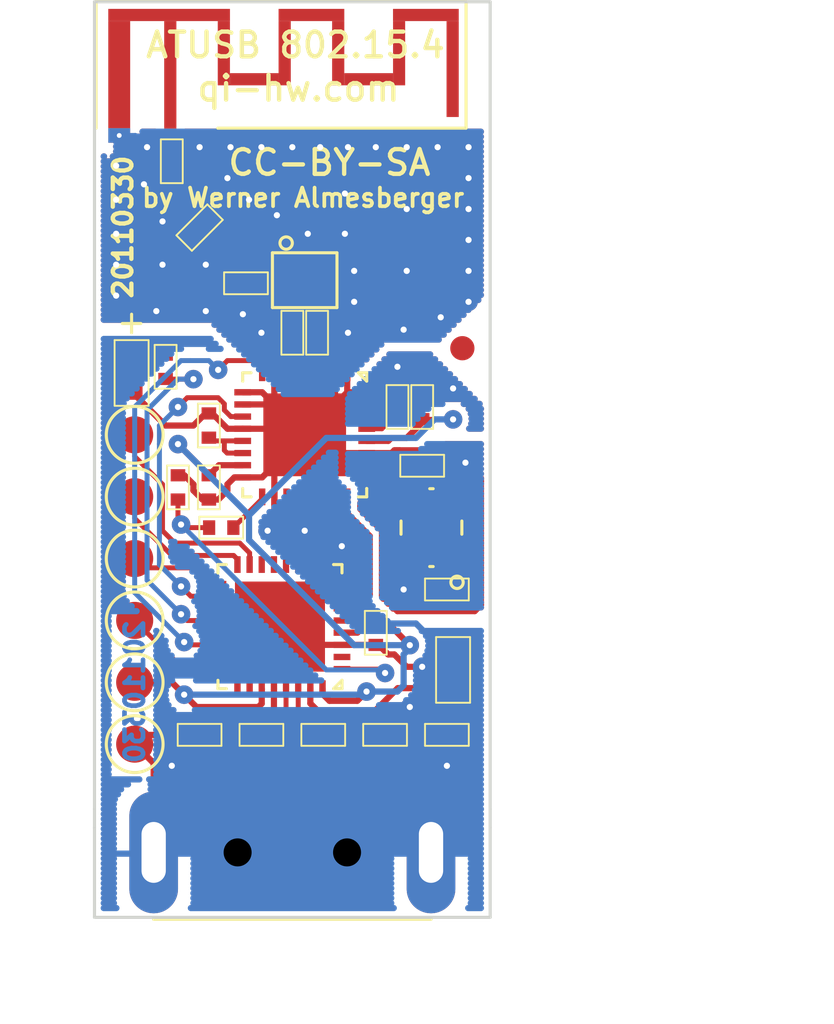
<source format=kicad_pcb>
(kicad_pcb (version 20160815) (host pcbnew 4.1.0-alpha+201608211231+7083~46~ubuntu16.04.1-product)

  (general
    (links 90)
    (no_connects 1)
    (area 117.665499 93.789499 134.048501 131.508501)
    (thickness 1.6002)
    (drawings 28)
    (tracks 494)
    (zones 0)
    (modules 36)
    (nets 46)
  )

  (page A4)
  (title_block
    (title "IEEE 802.15.4 USB Transceiver (AT86RF231)")
    (date "7 jun 2011")
    (rev 20110607)
    (company "Werner Almesberger")
  )

  (layers
    (0 Front signal)
    (31 Back signal)
    (35 F.Paste user)
    (37 F.SilkS user)
    (38 B.Mask user)
    (39 F.Mask user)
    (40 Dwgs.User user)
    (41 Cmts.User user)
    (44 Edge.Cuts user)
  )

  (setup
    (last_trace_width 0.2032)
    (user_trace_width 1.4732)
    (trace_clearance 0.2032)
    (zone_clearance 0.254)
    (zone_45_only no)
    (trace_min 0.2032)
    (segment_width 0.127)
    (edge_width 0.127)
    (via_size 0.762)
    (via_drill 0.254)
    (via_min_size 0.762)
    (via_min_drill 0.254)
    (uvia_size 0.508)
    (uvia_drill 0.127)
    (uvias_allowed no)
    (uvia_min_size 0.508)
    (uvia_min_drill 0.127)
    (pcb_text_width 0.3048)
    (pcb_text_size 1.524 2.032)
    (mod_edge_width 0.381)
    (mod_text_size 1.524 1.524)
    (mod_text_width 0.3048)
    (pad_size 1.524 1.524)
    (pad_drill 0.8128)
    (pad_to_mask_clearance 0)
    (pad_to_paste_clearance -0.0254)
    (aux_axis_origin 117.729 131.445)
    (visible_elements FFFFFF7F)
    (pcbplotparams
      (layerselection 0x00030_ffffffff)
      (usegerberextensions false)
      (excludeedgelayer true)
      (linewidth 0.100000)
      (plotframeref false)
      (viasonmask false)
      (mode 1)
      (useauxorigin false)
      (hpglpennumber 1)
      (hpglpenspeed 20)
      (hpglpendiameter 15)
      (psnegative false)
      (psa4output false)
      (plotreference true)
      (plotvalue true)
      (plotinvisibletext false)
      (padsonsilk false)
      (subtractmaskfromsilk false)
      (outputformat 1)
      (mirror false)
      (drillshape 1)
      (scaleselection 1)
      (outputdirectory ""))
  )

  (net 0 "")
  (net 1 /RF/CLK)
  (net 2 /RF/CLKM)
  (net 3 /RF/FEED)
  (net 4 /RF/MISO)
  (net 5 /RF/RFN)
  (net 6 /RF/RPF)
  (net 7 /RF/SLP_TR)
  (net 8 /RF/nRST_RF)
  (net 9 /RF/nSS)
  (net 10 /USB/D+)
  (net 11 /USB/D-)
  (net 12 /USB/DN)
  (net 13 /USB/DP)
  (net 14 /USB/LED)
  (net 15 /USB/PDI)
  (net 16 /USB/PDO)
  (net 17 /USB/SCK)
  (net 18 /USB/VBUS)
  (net 19 /USB/nRESET)
  (net 20 AGND)
  (net 21 VDD)
  (net 22 GND)
  (net 23 "Net-(ANT1-Pad2)")
  (net 24 "Net-(B1-Pad2)")
  (net 25 "Net-(B1-Pad3)")
  (net 26 "Net-(B1-Pad4)")
  (net 27 "Net-(C11-Pad2)")
  (net 28 "Net-(C12-Pad1)")
  (net 29 "Net-(C14-Pad1)")
  (net 30 "Net-(C15-Pad1)")
  (net 31 "Net-(D1-Pad1)")
  (net 32 "Net-(U1-Pad2)")
  (net 33 "Net-(U1-Pad5)")
  (net 34 /RF/IRQ_RF)
  (net 35 /RF/MOSI)
  (net 36 "Net-(U1-Pad10)")
  (net 37 /RF/SCLK)
  (net 38 "Net-(U1-Pad12)")
  (net 39 "Net-(U1-Pad13)")
  (net 40 "Net-(U1-Pad14)")
  (net 41 "Net-(U1-Pad19)")
  (net 42 "Net-(U1-Pad21)")
  (net 43 "Net-(U1-Pad23)")
  (net 44 "Net-(U1-Pad25)")
  (net 45 "Net-(U1-Pad26)")

  (net_class Default "This is the default net class."
    (clearance 0.2032)
    (trace_width 0.2032)
    (via_dia 0.762)
    (via_drill 0.254)
    (uvia_dia 0.508)
    (uvia_drill 0.127)
    (diff_pair_gap 0.25)
    (diff_pair_width 0.2)
    (add_net /RF/CLK)
    (add_net /RF/CLKM)
    (add_net /RF/IRQ_RF)
    (add_net /RF/MISO)
    (add_net /RF/MOSI)
    (add_net /RF/RFN)
    (add_net /RF/RPF)
    (add_net /RF/SCLK)
    (add_net /RF/SLP_TR)
    (add_net /RF/nRST_RF)
    (add_net /RF/nSS)
    (add_net /USB/D+)
    (add_net /USB/D-)
    (add_net /USB/DN)
    (add_net /USB/DP)
    (add_net /USB/LED)
    (add_net /USB/PDI)
    (add_net /USB/PDO)
    (add_net /USB/SCK)
    (add_net /USB/nRESET)
    (add_net GND)
    (add_net "Net-(ANT1-Pad2)")
    (add_net "Net-(B1-Pad2)")
    (add_net "Net-(B1-Pad3)")
    (add_net "Net-(B1-Pad4)")
    (add_net "Net-(C11-Pad2)")
    (add_net "Net-(C12-Pad1)")
    (add_net "Net-(C14-Pad1)")
    (add_net "Net-(C15-Pad1)")
    (add_net "Net-(D1-Pad1)")
    (add_net "Net-(U1-Pad10)")
    (add_net "Net-(U1-Pad12)")
    (add_net "Net-(U1-Pad13)")
    (add_net "Net-(U1-Pad14)")
    (add_net "Net-(U1-Pad19)")
    (add_net "Net-(U1-Pad2)")
    (add_net "Net-(U1-Pad21)")
    (add_net "Net-(U1-Pad23)")
    (add_net "Net-(U1-Pad25)")
    (add_net "Net-(U1-Pad26)")
    (add_net "Net-(U1-Pad5)")
  )

  (net_class 50R ""
    (clearance 0.2032)
    (trace_width 0.4826)
    (via_dia 0.762)
    (via_drill 0.254)
    (uvia_dia 0.508)
    (uvia_drill 0.127)
    (diff_pair_gap 0.25)
    (diff_pair_width 0.2)
    (add_net /RF/FEED)
  )

  (net_class Power ""
    (clearance 0.2032)
    (trace_width 0.254)
    (via_dia 0.762)
    (via_drill 0.254)
    (uvia_dia 0.508)
    (uvia_drill 0.127)
    (diff_pair_gap 0.25)
    (diff_pair_width 0.2)
    (add_net /USB/VBUS)
    (add_net VDD)
  )

  (module FIDUCIAL (layer Front) (tedit 4DEE809A) (tstamp 4D8A16F0)
    (at 125.857 128.778)
    (solder_mask_margin 0.00254)
    (attr smd)
    (fp_text reference FIDUCI-2 (at 0 1.524) (layer Cmts.User)
      (effects (font (size 0.508 0.508) (thickness 0.1016)))
    )
    (fp_text value Val* (at 0 0.381) (layer Cmts.User) hide
      (effects (font (size 0.508 0.508) (thickness 0.1016)))
    )
    (pad ? smd oval (at 0 0) (size 0.99568 0.99568) (layers Front))
    (pad "" smd oval (at 0 0) (size 1.99644 1.99644) (layers F.Mask))
  )

  (module FIDUCIAL (layer Front) (tedit 4DEE8067) (tstamp 4D8A175F)
    (at 132.842 108.077)
    (solder_mask_margin 0.00254)
    (attr smd)
    (fp_text reference FIDUCI-1 (at -1.143 -1.397) (layer Cmts.User)
      (effects (font (size 0.508 0.508) (thickness 0.1016)))
    )
    (fp_text value Val* (at 0 0.381) (layer Cmts.User) hide
      (effects (font (size 0.508 0.508) (thickness 0.1016)))
    )
    (pad ? smd oval (at 0 0) (size 0.99568 0.99568) (layers Front))
    (pad "" smd oval (at 0 0) (size 1.99644 1.99644) (layers F.Mask))
  )

  (module meander-2450MHz:MEANDER-2450MHz-right-1.0mm-RELAXED (layer Front) (tedit 57C7A9FE) (tstamp 57C7C06C)
    (at 118.745 99.441)
    (path /4C609C08/4C63FE17)
    (attr smd)
    (fp_text reference ANT1 (at 0 -0.381) (layer Cmts.User)
      (effects (font (size 0.508 0.508) (thickness 0.1016)))
    )
    (fp_text value 50R (at 0 0.381) (layer Cmts.User) hide
      (effects (font (size 0.508 0.508) (thickness 0.1016)))
    )
    (fp_line (start -0.94996 -0.39878) (end -0.94996 -5.59816) (layer F.SilkS) (width 0.127))
    (fp_line (start 14.2494 -5.59816) (end -0.94996 -5.59816) (layer F.SilkS) (width 0.127))
    (fp_line (start 14.2494 -5.59816) (end 14.2494 -0.39878) (layer F.SilkS) (width 0.127))
    (fp_line (start 14.2494 -0.39878) (end 4.04876 -0.39878) (layer F.SilkS) (width 0.127))
    (pad 1 thru_hole rect (at 0 -0.09906) (size 0.89916 0.5969) (drill 0.19812) (layers *.Cu)
      (net 22 GND))
    (pad X smd rect (at 0 -2.59842) (size 0.89916 4.39928) (layers Front))
    (pad X smd rect (at 2.04978 -5.04698) (size 4.99872 0.50038) (layers Front))
    (pad 2 smd rect (at 2.09804 -0.09906) (size 0.50038 0.5969) (layers Front)
      (net 23 "Net-(ANT1-Pad2)"))
    (pad X smd rect (at 2.09804 -2.59842) (size 0.50038 4.39928) (layers Front))
    (pad X smd rect (at 4.29768 -3.47726) (size 0.50038 2.63906) (layers Front))
    (pad X smd rect (at 5.54736 -2.40792) (size 1.99898 0.50038) (layers Front))
    (pad X smd rect (at 7.89686 -5.04698) (size 2.70002 0.50038) (layers Front))
    (pad X smd rect (at 8.99668 -3.47726) (size 0.50038 2.63906) (layers Front))
    (pad X smd rect (at 6.79704 -3.47726) (size 0.50038 2.63906) (layers Front))
    (pad X smd rect (at 11.49858 -3.47726) (size 0.49784 2.63906) (layers Front))
    (pad X smd rect (at 10.2489 -2.40792) (size 2.00152 0.50038) (layers Front))
    (pad X smd rect (at 12.5984 -5.04698) (size 2.70002 0.50038) (layers Front))
    (pad X smd rect (at 13.69822 -2.82702) (size 0.50038 3.93954) (layers Front))
  )

  (module 0805-6:0805-6 (layer Front) (tedit 56B455C5) (tstamp 57C7C081)
    (at 126.365 105.283 90)
    (path /4C609C08/4CF4B034)
    (attr smd)
    (fp_text reference B1 (at 0 -0.381 90) (layer Cmts.User)
      (effects (font (size 0.508 0.508) (thickness 0.1016)))
    )
    (fp_text value 2450FB15L0001 (at 0 0.381 90) (layer Cmts.User) hide
      (effects (font (size 0.508 0.508) (thickness 0.1016)))
    )
    (fp_line (start -1.12522 1.32588) (end -1.12522 -1.32588) (layer F.SilkS) (width 0.127))
    (fp_line (start -1.12522 -1.32588) (end 1.12522 -1.32588) (layer F.SilkS) (width 0.127))
    (fp_line (start 1.12522 -1.32588) (end 1.12522 1.32588) (layer F.SilkS) (width 0.127))
    (fp_line (start 1.12522 1.32588) (end -1.12522 1.32588) (layer F.SilkS) (width 0.127))
    (pad 1 smd rect (at 0.6477 -0.79756 90) (size 0.34798 0.8001) (layers Front F.Paste F.Mask)
      (net 3 /RF/FEED))
    (pad 2 smd rect (at 0 -0.79756 90) (size 0.34544 0.8001) (layers Front F.Paste F.Mask)
      (net 24 "Net-(B1-Pad2)"))
    (pad 3 smd rect (at -0.6477 -0.79756 90) (size 0.34798 0.8001) (layers Front F.Paste F.Mask)
      (net 25 "Net-(B1-Pad3)"))
    (pad 4 smd rect (at -0.6477 0.79756 90) (size 0.34798 0.8001) (layers Front F.Paste F.Mask)
      (net 26 "Net-(B1-Pad4)"))
    (pad 5 smd rect (at 0 0.79756 90) (size 0.34544 0.8001) (layers Front F.Paste F.Mask)
      (net 22 GND))
    (pad 6 smd rect (at 0.6477 0.79756 90) (size 0.34798 0.8001) (layers Front F.Paste F.Mask)
      (net 22 GND))
  )

  (module stdpass:0603 (layer Front) (tedit 537B9575) (tstamp 57C7C08E)
    (at 132.461 121.285 90)
    (path /4C609BEF/4C6401AA)
    (attr smd)
    (fp_text reference C1 (at 0 -0.381 90) (layer Cmts.User)
      (effects (font (size 0.508 0.508) (thickness 0.1016)))
    )
    (fp_text value 10uF (at 0 0.381 90) (layer Cmts.User) hide
      (effects (font (size 0.508 0.508) (thickness 0.1016)))
    )
    (fp_line (start -1.34874 0.6985) (end -1.34874 -0.6985) (layer F.SilkS) (width 0.0762))
    (fp_line (start -1.34874 -0.6985) (end 1.34874 -0.6985) (layer F.SilkS) (width 0.0762))
    (fp_line (start 1.34874 -0.6985) (end 1.34874 0.6985) (layer F.SilkS) (width 0.0762))
    (fp_line (start 1.34874 0.6985) (end -1.34874 0.6985) (layer F.SilkS) (width 0.0762))
    (pad 1 smd rect (at -0.7493 0 90) (size 0.70104 0.89916) (layers Front F.Paste F.Mask)
      (net 18 /USB/VBUS))
    (pad 2 smd rect (at 0.7493 0 90) (size 0.70104 0.89916) (layers Front F.Paste F.Mask)
      (net 22 GND))
  )

  (module stdpass:0402 (layer Front) (tedit 537B9575) (tstamp 57C7C097)
    (at 129.286 119.761 270)
    (path /4C609BEF/4C6401B3)
    (attr smd)
    (fp_text reference C2 (at 0 -0.381 270) (layer Cmts.User)
      (effects (font (size 0.508 0.508) (thickness 0.1016)))
    )
    (fp_text value 1uF (at 0 0.381 270) (layer Cmts.User) hide
      (effects (font (size 0.508 0.508) (thickness 0.1016)))
    )
    (fp_line (start -0.89916 0.44958) (end -0.89916 -0.44958) (layer F.SilkS) (width 0.0762))
    (fp_line (start -0.89916 -0.44958) (end 0.89916 -0.44958) (layer F.SilkS) (width 0.0762))
    (fp_line (start 0.89916 -0.44958) (end 0.89916 0.44958) (layer F.SilkS) (width 0.0762))
    (fp_line (start 0.89916 0.44958) (end -0.89916 0.44958) (layer F.SilkS) (width 0.0762))
    (pad 1 smd rect (at -0.49784 0 270) (size 0.50038 0.59944) (layers Front F.Paste F.Mask)
      (net 21 VDD))
    (pad 2 smd rect (at 0.49784 0 270) (size 0.50038 0.59944) (layers Front F.Paste F.Mask)
      (net 22 GND))
  )

  (module stdpass:0402 (layer Front) (tedit 537B9575) (tstamp 57C7C0A0)
    (at 123.952 105.41 180)
    (path /4C609C08/4C641710)
    (attr smd)
    (fp_text reference C3 (at 0 -0.381 180) (layer Cmts.User)
      (effects (font (size 0.508 0.508) (thickness 0.1016)))
    )
    (fp_text value 22pF/RF (at 0 0.381 180) (layer Cmts.User) hide
      (effects (font (size 0.508 0.508) (thickness 0.1016)))
    )
    (fp_line (start -0.89916 0.44958) (end -0.89916 -0.44958) (layer F.SilkS) (width 0.0762))
    (fp_line (start -0.89916 -0.44958) (end 0.89916 -0.44958) (layer F.SilkS) (width 0.0762))
    (fp_line (start 0.89916 -0.44958) (end 0.89916 0.44958) (layer F.SilkS) (width 0.0762))
    (fp_line (start 0.89916 0.44958) (end -0.89916 0.44958) (layer F.SilkS) (width 0.0762))
    (pad 1 smd rect (at -0.49784 0 180) (size 0.50038 0.59944) (layers Front F.Paste F.Mask)
      (net 24 "Net-(B1-Pad2)"))
    (pad 2 smd rect (at 0.49784 0 180) (size 0.50038 0.59944) (layers Front F.Paste F.Mask)
      (net 22 GND))
  )

  (module stdpass:0402 (layer Front) (tedit 537B9575) (tstamp 57C7C0A9)
    (at 125.857 107.442 270)
    (path /4C609C08/4C641506)
    (attr smd)
    (fp_text reference C8 (at 0 -0.381 270) (layer Cmts.User)
      (effects (font (size 0.508 0.508) (thickness 0.1016)))
    )
    (fp_text value 22pF/RF (at 0 0.381 270) (layer Cmts.User) hide
      (effects (font (size 0.508 0.508) (thickness 0.1016)))
    )
    (fp_line (start -0.89916 0.44958) (end -0.89916 -0.44958) (layer F.SilkS) (width 0.0762))
    (fp_line (start -0.89916 -0.44958) (end 0.89916 -0.44958) (layer F.SilkS) (width 0.0762))
    (fp_line (start 0.89916 -0.44958) (end 0.89916 0.44958) (layer F.SilkS) (width 0.0762))
    (fp_line (start 0.89916 0.44958) (end -0.89916 0.44958) (layer F.SilkS) (width 0.0762))
    (pad 1 smd rect (at -0.49784 0 270) (size 0.50038 0.59944) (layers Front F.Paste F.Mask)
      (net 25 "Net-(B1-Pad3)"))
    (pad 2 smd rect (at 0.49784 0 270) (size 0.50038 0.59944) (layers Front F.Paste F.Mask)
      (net 5 /RF/RFN))
  )

  (module stdpass:0402 (layer Front) (tedit 537B9575) (tstamp 57C7C0B2)
    (at 126.873 107.442 270)
    (path /4C609C08/4C641509)
    (attr smd)
    (fp_text reference C9 (at 0 -0.381 270) (layer Cmts.User)
      (effects (font (size 0.508 0.508) (thickness 0.1016)))
    )
    (fp_text value 22pF/RF (at 0 0.381 270) (layer Cmts.User) hide
      (effects (font (size 0.508 0.508) (thickness 0.1016)))
    )
    (fp_line (start -0.89916 0.44958) (end -0.89916 -0.44958) (layer F.SilkS) (width 0.0762))
    (fp_line (start -0.89916 -0.44958) (end 0.89916 -0.44958) (layer F.SilkS) (width 0.0762))
    (fp_line (start 0.89916 -0.44958) (end 0.89916 0.44958) (layer F.SilkS) (width 0.0762))
    (fp_line (start 0.89916 0.44958) (end -0.89916 0.44958) (layer F.SilkS) (width 0.0762))
    (pad 1 smd rect (at -0.49784 0 270) (size 0.50038 0.59944) (layers Front F.Paste F.Mask)
      (net 26 "Net-(B1-Pad4)"))
    (pad 2 smd rect (at 0.49784 0 270) (size 0.50038 0.59944) (layers Front F.Paste F.Mask)
      (net 6 /RF/RPF))
  )

  (module stdpass:0402 (layer Front) (tedit 537B9575) (tstamp 57C7C0BB)
    (at 122.428 113.792 270)
    (path /4C609C08/4C640A7E)
    (attr smd)
    (fp_text reference C10 (at 0 -0.381 270) (layer Cmts.User)
      (effects (font (size 0.508 0.508) (thickness 0.1016)))
    )
    (fp_text value 1uF (at 0 0.381 270) (layer Cmts.User) hide
      (effects (font (size 0.508 0.508) (thickness 0.1016)))
    )
    (fp_line (start -0.89916 0.44958) (end -0.89916 -0.44958) (layer F.SilkS) (width 0.0762))
    (fp_line (start -0.89916 -0.44958) (end 0.89916 -0.44958) (layer F.SilkS) (width 0.0762))
    (fp_line (start 0.89916 -0.44958) (end 0.89916 0.44958) (layer F.SilkS) (width 0.0762))
    (fp_line (start 0.89916 0.44958) (end -0.89916 0.44958) (layer F.SilkS) (width 0.0762))
    (pad 1 smd rect (at -0.49784 0 270) (size 0.50038 0.59944) (layers Front F.Paste F.Mask)
      (net 21 VDD))
    (pad 2 smd rect (at 0.49784 0 270) (size 0.50038 0.59944) (layers Front F.Paste F.Mask)
      (net 22 GND))
  )

  (module stdpass:0402 (layer Front) (tedit 537B9575) (tstamp 57C7C0C4)
    (at 130.175 110.49 270)
    (path /4C609C08/4C641004)
    (attr smd)
    (fp_text reference C11 (at 0 -0.381 270) (layer Cmts.User)
      (effects (font (size 0.508 0.508) (thickness 0.1016)))
    )
    (fp_text value 1uF (at 0 0.381 270) (layer Cmts.User) hide
      (effects (font (size 0.508 0.508) (thickness 0.1016)))
    )
    (fp_line (start -0.89916 0.44958) (end -0.89916 -0.44958) (layer F.SilkS) (width 0.0762))
    (fp_line (start -0.89916 -0.44958) (end 0.89916 -0.44958) (layer F.SilkS) (width 0.0762))
    (fp_line (start 0.89916 -0.44958) (end 0.89916 0.44958) (layer F.SilkS) (width 0.0762))
    (fp_line (start 0.89916 0.44958) (end -0.89916 0.44958) (layer F.SilkS) (width 0.0762))
    (pad 1 smd rect (at -0.49784 0 270) (size 0.50038 0.59944) (layers Front F.Paste F.Mask)
      (net 22 GND))
    (pad 2 smd rect (at 0.49784 0 270) (size 0.50038 0.59944) (layers Front F.Paste F.Mask)
      (net 27 "Net-(C11-Pad2)"))
  )

  (module stdpass:0402 (layer Front) (tedit 537B9575) (tstamp 57C7C0CD)
    (at 122.428 111.252 90)
    (path /4C609C08/4C640A84)
    (attr smd)
    (fp_text reference C12 (at 0 -0.381 90) (layer Cmts.User)
      (effects (font (size 0.508 0.508) (thickness 0.1016)))
    )
    (fp_text value 1uF (at 0 0.381 90) (layer Cmts.User) hide
      (effects (font (size 0.508 0.508) (thickness 0.1016)))
    )
    (fp_line (start -0.89916 0.44958) (end -0.89916 -0.44958) (layer F.SilkS) (width 0.0762))
    (fp_line (start -0.89916 -0.44958) (end 0.89916 -0.44958) (layer F.SilkS) (width 0.0762))
    (fp_line (start 0.89916 -0.44958) (end 0.89916 0.44958) (layer F.SilkS) (width 0.0762))
    (fp_line (start 0.89916 0.44958) (end -0.89916 0.44958) (layer F.SilkS) (width 0.0762))
    (pad 1 smd rect (at -0.49784 0 90) (size 0.50038 0.59944) (layers Front F.Paste F.Mask)
      (net 28 "Net-(C12-Pad1)"))
    (pad 2 smd rect (at 0.49784 0 90) (size 0.50038 0.59944) (layers Front F.Paste F.Mask)
      (net 22 GND))
  )

  (module stdpass:0402 (layer Front) (tedit 537B9575) (tstamp 57C7C0D6)
    (at 131.191 110.49 90)
    (path /4C609C08/4C640A76)
    (attr smd)
    (fp_text reference C13 (at 0 -0.381 90) (layer Cmts.User)
      (effects (font (size 0.508 0.508) (thickness 0.1016)))
    )
    (fp_text value 1uF (at 0 0.381 90) (layer Cmts.User) hide
      (effects (font (size 0.508 0.508) (thickness 0.1016)))
    )
    (fp_line (start -0.89916 0.44958) (end -0.89916 -0.44958) (layer F.SilkS) (width 0.0762))
    (fp_line (start -0.89916 -0.44958) (end 0.89916 -0.44958) (layer F.SilkS) (width 0.0762))
    (fp_line (start 0.89916 -0.44958) (end 0.89916 0.44958) (layer F.SilkS) (width 0.0762))
    (fp_line (start 0.89916 0.44958) (end -0.89916 0.44958) (layer F.SilkS) (width 0.0762))
    (pad 1 smd rect (at -0.49784 0 90) (size 0.50038 0.59944) (layers Front F.Paste F.Mask)
      (net 21 VDD))
    (pad 2 smd rect (at 0.49784 0 90) (size 0.50038 0.59944) (layers Front F.Paste F.Mask)
      (net 22 GND))
  )

  (module stdpass:0402 (layer Front) (tedit 537B9575) (tstamp 57C7C0DF)
    (at 131.191 112.903)
    (path /4C609C08/4C640A73)
    (attr smd)
    (fp_text reference C14 (at 0 -0.381) (layer Cmts.User)
      (effects (font (size 0.508 0.508) (thickness 0.1016)))
    )
    (fp_text value 12pF (at 0 0.381) (layer Cmts.User) hide
      (effects (font (size 0.508 0.508) (thickness 0.1016)))
    )
    (fp_line (start -0.89916 0.44958) (end -0.89916 -0.44958) (layer F.SilkS) (width 0.0762))
    (fp_line (start -0.89916 -0.44958) (end 0.89916 -0.44958) (layer F.SilkS) (width 0.0762))
    (fp_line (start 0.89916 -0.44958) (end 0.89916 0.44958) (layer F.SilkS) (width 0.0762))
    (fp_line (start 0.89916 0.44958) (end -0.89916 0.44958) (layer F.SilkS) (width 0.0762))
    (pad 1 smd rect (at -0.49784 0) (size 0.50038 0.59944) (layers Front F.Paste F.Mask)
      (net 29 "Net-(C14-Pad1)"))
    (pad 2 smd rect (at 0.49784 0) (size 0.50038 0.59944) (layers Front F.Paste F.Mask)
      (net 22 GND))
  )

  (module stdpass:0402 (layer Front) (tedit 537B9575) (tstamp 57C7C0E8)
    (at 132.207 117.983 180)
    (path /4C609C08/4C640A7B)
    (attr smd)
    (fp_text reference C15 (at 0 -0.381 180) (layer Cmts.User)
      (effects (font (size 0.508 0.508) (thickness 0.1016)))
    )
    (fp_text value 12pF (at 0 0.381 180) (layer Cmts.User) hide
      (effects (font (size 0.508 0.508) (thickness 0.1016)))
    )
    (fp_line (start -0.89916 0.44958) (end -0.89916 -0.44958) (layer F.SilkS) (width 0.0762))
    (fp_line (start -0.89916 -0.44958) (end 0.89916 -0.44958) (layer F.SilkS) (width 0.0762))
    (fp_line (start 0.89916 -0.44958) (end 0.89916 0.44958) (layer F.SilkS) (width 0.0762))
    (fp_line (start 0.89916 0.44958) (end -0.89916 0.44958) (layer F.SilkS) (width 0.0762))
    (pad 1 smd rect (at -0.49784 0 180) (size 0.50038 0.59944) (layers Front F.Paste F.Mask)
      (net 30 "Net-(C15-Pad1)"))
    (pad 2 smd rect (at 0.49784 0 180) (size 0.50038 0.59944) (layers Front F.Paste F.Mask)
      (net 22 GND))
  )

  (module stdpass:0402 (layer Front) (tedit 537B9575) (tstamp 57C7C0F1)
    (at 122.047 103.124 225)
    (path /4C609C08/4D3B018B)
    (attr smd)
    (fp_text reference C16 (at 0 -0.381 225) (layer Cmts.User)
      (effects (font (size 0.508 0.508) (thickness 0.1016)))
    )
    (fp_text value NC (at 0 0.381 225) (layer Cmts.User) hide
      (effects (font (size 0.508 0.508) (thickness 0.1016)))
    )
    (fp_line (start -0.89916 0.44958) (end -0.89916 -0.44958) (layer F.SilkS) (width 0.0762))
    (fp_line (start -0.89916 -0.44958) (end 0.89916 -0.44958) (layer F.SilkS) (width 0.0762))
    (fp_line (start 0.89916 -0.44958) (end 0.89916 0.44958) (layer F.SilkS) (width 0.0762))
    (fp_line (start 0.89916 0.44958) (end -0.89916 0.44958) (layer F.SilkS) (width 0.0762))
    (pad 1 smd rect (at -0.49784 0 225) (size 0.50038 0.59944) (layers Front F.Paste F.Mask)
      (net 3 /RF/FEED))
    (pad 2 smd rect (at 0.49784 0 225) (size 0.50038 0.59944) (layers Front F.Paste F.Mask)
      (net 22 GND))
  )

  (module stdpass:0402 (layer Front) (tedit 537B9575) (tstamp 57C7C0FA)
    (at 121.158 113.792 90)
    (path /4C609C08/4D425FF1)
    (attr smd)
    (fp_text reference C17 (at 0 -0.381 90) (layer Cmts.User)
      (effects (font (size 0.508 0.508) (thickness 0.1016)))
    )
    (fp_text value 2.2pF (at 0 0.381 90) (layer Cmts.User) hide
      (effects (font (size 0.508 0.508) (thickness 0.1016)))
    )
    (fp_line (start -0.89916 0.44958) (end -0.89916 -0.44958) (layer F.SilkS) (width 0.0762))
    (fp_line (start -0.89916 -0.44958) (end 0.89916 -0.44958) (layer F.SilkS) (width 0.0762))
    (fp_line (start 0.89916 -0.44958) (end 0.89916 0.44958) (layer F.SilkS) (width 0.0762))
    (fp_line (start 0.89916 0.44958) (end -0.89916 0.44958) (layer F.SilkS) (width 0.0762))
    (pad 1 smd rect (at -0.49784 0 90) (size 0.50038 0.59944) (layers Front F.Paste F.Mask)
      (net 1 /RF/CLK))
    (pad 2 smd rect (at 0.49784 0 90) (size 0.50038 0.59944) (layers Front F.Paste F.Mask)
      (net 22 GND))
  )

  (module usb_a_plug_smt:USB-A-PLUG-SMT (layer Front) (tedit 51C3B150) (tstamp 57C7C103)
    (at 125.857 128.778)
    (path /4C609BEF/4FBDA09F)
    (attr smd)
    (fp_text reference CON1 (at 0 -0.381) (layer Cmts.User)
      (effects (font (size 0.508 0.508) (thickness 0.1016)))
    )
    (fp_text value USB_A_PLUG (at 0 0.381) (layer Cmts.User) hide
      (effects (font (size 0.508 0.508) (thickness 0.1016)))
    )
    (fp_line (start -5.69976 2.74828) (end 5.69976 2.74828) (layer F.SilkS) (width 0.127))
    (pad 1 smd rect (at 3.49758 -2.69748) (size 1.20142 2.20218) (layers Front F.Paste F.Mask)
      (net 18 /USB/VBUS))
    (pad 2 smd rect (at 0.99822 -2.69748) (size 1.19888 2.20218) (layers Front F.Paste F.Mask)
      (net 11 /USB/D-))
    (pad 3 smd rect (at -0.99822 -2.69748) (size 1.19888 2.20218) (layers Front F.Paste F.Mask)
      (net 10 /USB/D+))
    (pad 4 smd rect (at -3.49758 -2.69748) (size 1.20142 2.20218) (layers Front F.Paste F.Mask)
      (net 22 GND))
    (pad 5 thru_hole oval (at -5.69722 0) (size 1.99898 4.99872) (drill oval 0.99822 2.49936) (layers *.Cu *.Mask)
      (net 22 GND))
    (pad 6 thru_hole oval (at 5.69722 0) (size 1.99898 4.99872) (drill oval 0.99822 2.49936) (layers *.Cu *.Mask)
      (net 22 GND))
    (pad HOLE np_thru_hole circle (at -2.2479 0) (size 1.15062 1.15062) (drill 1.15062) (layers *.Mask))
    (pad HOLE np_thru_hole circle (at 2.2479 0) (size 1.15062 1.15062) (drill 1.15062) (layers *.Mask))
  )

  (module stdpass:0603 (layer Front) (tedit 537B9575) (tstamp 57C7C10F)
    (at 119.253 109.093 270)
    (path /4C609BEF/4C6402EE)
    (attr smd)
    (fp_text reference D1 (at 0 -0.381 270) (layer Cmts.User)
      (effects (font (size 0.508 0.508) (thickness 0.1016)))
    )
    (fp_text value LTST-C190KRKT (at 0 0.381 270) (layer Cmts.User) hide
      (effects (font (size 0.508 0.508) (thickness 0.1016)))
    )
    (fp_line (start -1.34874 0.6985) (end -1.34874 -0.6985) (layer F.SilkS) (width 0.0762))
    (fp_line (start -1.34874 -0.6985) (end 1.34874 -0.6985) (layer F.SilkS) (width 0.0762))
    (fp_line (start 1.34874 -0.6985) (end 1.34874 0.6985) (layer F.SilkS) (width 0.0762))
    (fp_line (start 1.34874 0.6985) (end -1.34874 0.6985) (layer F.SilkS) (width 0.0762))
    (pad 1 smd rect (at -0.7493 0 270) (size 0.70104 0.89916) (layers Front F.Paste F.Mask)
      (net 31 "Net-(D1-Pad1)"))
    (pad 2 smd rect (at 0.7493 0 270) (size 0.70104 0.89916) (layers Front F.Paste F.Mask)
      (net 22 GND))
  )

  (module pads:PAD_C_60x60 (layer Front) (tedit 52D9BA48) (tstamp 57C7C118)
    (at 119.38 124.333)
    (path /4C609BEF/4C6401FE)
    (attr smd)
    (fp_text reference P11 (at 0 -0.381) (layer Cmts.User)
      (effects (font (size 0.508 0.508) (thickness 0.1016)))
    )
    (fp_text value TESTPOINT (at 0 0.381) (layer Cmts.User) hide
      (effects (font (size 0.508 0.508) (thickness 0.1016)))
    )
    (fp_circle (center 0 0) (end 0 -1.16586) (layer F.SilkS) (width 0.127))
    (pad 1 smd oval (at 0 0) (size 1.524 1.524) (layers Front F.Mask)
      (net 22 GND))
  )

  (module pads:PAD_C_60x60 (layer Front) (tedit 52D9BA48) (tstamp 57C7C11D)
    (at 119.38 121.793)
    (path /4C609BEF/4C640200)
    (attr smd)
    (fp_text reference P12 (at 0 -0.381) (layer Cmts.User)
      (effects (font (size 0.508 0.508) (thickness 0.1016)))
    )
    (fp_text value TESTPOINT (at 0 0.381) (layer Cmts.User) hide
      (effects (font (size 0.508 0.508) (thickness 0.1016)))
    )
    (fp_circle (center 0 0) (end 0 -1.16586) (layer F.SilkS) (width 0.127))
    (pad 1 smd oval (at 0 0) (size 1.524 1.524) (layers Front F.Mask)
      (net 21 VDD))
  )

  (module pads:PAD_C_60x60 (layer Front) (tedit 52D9BA48) (tstamp 57C7C122)
    (at 119.38 119.253)
    (path /4C609BEF/4C640202)
    (attr smd)
    (fp_text reference P13 (at 0 -0.381) (layer Cmts.User)
      (effects (font (size 0.508 0.508) (thickness 0.1016)))
    )
    (fp_text value TESTPOINT (at 0 0.381) (layer Cmts.User) hide
      (effects (font (size 0.508 0.508) (thickness 0.1016)))
    )
    (fp_circle (center 0 0) (end 0 -1.16586) (layer F.SilkS) (width 0.127))
    (pad 1 smd oval (at 0 0) (size 1.524 1.524) (layers Front F.Mask)
      (net 19 /USB/nRESET))
  )

  (module pads:PAD_C_60x60 (layer Front) (tedit 52D9BA48) (tstamp 57C7C127)
    (at 119.38 116.713)
    (path /4C609BEF/4C640203)
    (attr smd)
    (fp_text reference P14 (at 0 -0.381) (layer Cmts.User)
      (effects (font (size 0.508 0.508) (thickness 0.1016)))
    )
    (fp_text value TESTPOINT (at 0 0.381) (layer Cmts.User) hide
      (effects (font (size 0.508 0.508) (thickness 0.1016)))
    )
    (fp_circle (center 0 0) (end 0 -1.16586) (layer F.SilkS) (width 0.127))
    (pad 1 smd oval (at 0 0) (size 1.524 1.524) (layers Front F.Mask)
      (net 16 /USB/PDO))
  )

  (module pads:PAD_C_60x60 (layer Front) (tedit 52D9BA48) (tstamp 57C7C12C)
    (at 119.38 114.173)
    (path /4C609BEF/4D425D53)
    (attr smd)
    (fp_text reference P15 (at 0 -0.381) (layer Cmts.User)
      (effects (font (size 0.508 0.508) (thickness 0.1016)))
    )
    (fp_text value TESTPOINT (at 0 0.381) (layer Cmts.User) hide
      (effects (font (size 0.508 0.508) (thickness 0.1016)))
    )
    (fp_circle (center 0 0) (end 0 -1.16586) (layer F.SilkS) (width 0.127))
    (pad 1 smd oval (at 0 0) (size 1.524 1.524) (layers Front F.Mask)
      (net 15 /USB/PDI))
  )

  (module pads:PAD_C_60x60 (layer Front) (tedit 52D9BA48) (tstamp 57C7C131)
    (at 119.38 111.633)
    (path /4C609BEF/4D425D62)
    (attr smd)
    (fp_text reference P16 (at 0 -0.381) (layer Cmts.User)
      (effects (font (size 0.508 0.508) (thickness 0.1016)))
    )
    (fp_text value TESTPOINT (at 0 0.381) (layer Cmts.User) hide
      (effects (font (size 0.508 0.508) (thickness 0.1016)))
    )
    (fp_circle (center 0 0) (end 0 -1.16586) (layer F.SilkS) (width 0.127))
    (pad 1 smd oval (at 0 0) (size 1.524 1.524) (layers Front F.Mask)
      (net 17 /USB/SCK))
  )

  (module stdpass:0402 (layer Front) (tedit 537B9575) (tstamp 57C7C136)
    (at 120.65 108.839 270)
    (path /4C609BEF/4C6402F2)
    (attr smd)
    (fp_text reference R1 (at 0 -0.381 270) (layer Cmts.User)
      (effects (font (size 0.508 0.508) (thickness 0.1016)))
    )
    (fp_text value 180 (at 0 0.381 270) (layer Cmts.User) hide
      (effects (font (size 0.508 0.508) (thickness 0.1016)))
    )
    (fp_line (start -0.89916 0.44958) (end -0.89916 -0.44958) (layer F.SilkS) (width 0.0762))
    (fp_line (start -0.89916 -0.44958) (end 0.89916 -0.44958) (layer F.SilkS) (width 0.0762))
    (fp_line (start 0.89916 -0.44958) (end 0.89916 0.44958) (layer F.SilkS) (width 0.0762))
    (fp_line (start 0.89916 0.44958) (end -0.89916 0.44958) (layer F.SilkS) (width 0.0762))
    (pad 1 smd rect (at -0.49784 0 270) (size 0.50038 0.59944) (layers Front F.Paste F.Mask)
      (net 31 "Net-(D1-Pad1)"))
    (pad 2 smd rect (at 0.49784 0 270) (size 0.50038 0.59944) (layers Front F.Paste F.Mask)
      (net 14 /USB/LED))
  )

  (module stdpass:0402 (layer Front) (tedit 537B9575) (tstamp 57C7C13F)
    (at 120.904 100.4 270)
    (path /4C609C08/4CF4B07E)
    (attr smd)
    (fp_text reference R3 (at 0 -0.381 270) (layer Cmts.User)
      (effects (font (size 0.508 0.508) (thickness 0.1016)))
    )
    (fp_text value 0R (at 0 0.381 270) (layer Cmts.User) hide
      (effects (font (size 0.508 0.508) (thickness 0.1016)))
    )
    (fp_line (start -0.89916 0.44958) (end -0.89916 -0.44958) (layer F.SilkS) (width 0.0762))
    (fp_line (start -0.89916 -0.44958) (end 0.89916 -0.44958) (layer F.SilkS) (width 0.0762))
    (fp_line (start 0.89916 -0.44958) (end 0.89916 0.44958) (layer F.SilkS) (width 0.0762))
    (fp_line (start 0.89916 0.44958) (end -0.89916 0.44958) (layer F.SilkS) (width 0.0762))
    (pad 1 smd rect (at -0.49784 0 270) (size 0.50038 0.59944) (layers Front F.Paste F.Mask)
      (net 23 "Net-(ANT1-Pad2)"))
    (pad 2 smd rect (at 0.49784 0 270) (size 0.50038 0.59944) (layers Front F.Paste F.Mask)
      (net 3 /RF/FEED))
  )

  (module stdpass:0402 (layer Front) (tedit 537B9575) (tstamp 57C7C148)
    (at 124.587 123.952)
    (path /4C609BEF/4D4258D9)
    (attr smd)
    (fp_text reference R4 (at 0 -0.381) (layer Cmts.User)
      (effects (font (size 0.508 0.508) (thickness 0.1016)))
    )
    (fp_text value 22 (at 0 0.381) (layer Cmts.User) hide
      (effects (font (size 0.508 0.508) (thickness 0.1016)))
    )
    (fp_line (start -0.89916 0.44958) (end -0.89916 -0.44958) (layer F.SilkS) (width 0.0762))
    (fp_line (start -0.89916 -0.44958) (end 0.89916 -0.44958) (layer F.SilkS) (width 0.0762))
    (fp_line (start 0.89916 -0.44958) (end 0.89916 0.44958) (layer F.SilkS) (width 0.0762))
    (fp_line (start 0.89916 0.44958) (end -0.89916 0.44958) (layer F.SilkS) (width 0.0762))
    (pad 1 smd rect (at -0.49784 0) (size 0.50038 0.59944) (layers Front F.Paste F.Mask)
      (net 10 /USB/D+))
    (pad 2 smd rect (at 0.49784 0) (size 0.50038 0.59944) (layers Front F.Paste F.Mask)
      (net 13 /USB/DP))
  )

  (module stdpass:0402 (layer Front) (tedit 537B9575) (tstamp 57C7C151)
    (at 127.127 123.952)
    (path /4C609BEF/4D4258DC)
    (attr smd)
    (fp_text reference R5 (at 0 -0.381) (layer Cmts.User)
      (effects (font (size 0.508 0.508) (thickness 0.1016)))
    )
    (fp_text value 22 (at 0 0.381) (layer Cmts.User) hide
      (effects (font (size 0.508 0.508) (thickness 0.1016)))
    )
    (fp_line (start -0.89916 0.44958) (end -0.89916 -0.44958) (layer F.SilkS) (width 0.0762))
    (fp_line (start -0.89916 -0.44958) (end 0.89916 -0.44958) (layer F.SilkS) (width 0.0762))
    (fp_line (start 0.89916 -0.44958) (end 0.89916 0.44958) (layer F.SilkS) (width 0.0762))
    (fp_line (start 0.89916 0.44958) (end -0.89916 0.44958) (layer F.SilkS) (width 0.0762))
    (pad 1 smd rect (at -0.49784 0) (size 0.50038 0.59944) (layers Front F.Paste F.Mask)
      (net 12 /USB/DN))
    (pad 2 smd rect (at 0.49784 0) (size 0.50038 0.59944) (layers Front F.Paste F.Mask)
      (net 11 /USB/D-))
  )

  (module stdpass:0402 (layer Front) (tedit 537B9575) (tstamp 57C7C15A)
    (at 122.936 115.443 180)
    (path /4C609C08/4D425FEE)
    (attr smd)
    (fp_text reference R6 (at 0 -0.381 180) (layer Cmts.User)
      (effects (font (size 0.508 0.508) (thickness 0.1016)))
    )
    (fp_text value 180 (at 0 0.381 180) (layer Cmts.User) hide
      (effects (font (size 0.508 0.508) (thickness 0.1016)))
    )
    (fp_line (start -0.89916 0.44958) (end -0.89916 -0.44958) (layer F.SilkS) (width 0.0762))
    (fp_line (start -0.89916 -0.44958) (end 0.89916 -0.44958) (layer F.SilkS) (width 0.0762))
    (fp_line (start 0.89916 -0.44958) (end 0.89916 0.44958) (layer F.SilkS) (width 0.0762))
    (fp_line (start 0.89916 0.44958) (end -0.89916 0.44958) (layer F.SilkS) (width 0.0762))
    (pad 1 smd rect (at -0.49784 0 180) (size 0.50038 0.59944) (layers Front F.Paste F.Mask)
      (net 2 /RF/CLKM))
    (pad 2 smd rect (at 0.49784 0 180) (size 0.50038 0.59944) (layers Front F.Paste F.Mask)
      (net 1 /RF/CLK))
  )

  (module qfn:QFN32-VHHD-2 (layer Front) (tedit 56B74EE7) (tstamp 57C7C163)
    (at 125.349 119.507 180)
    (path /4C609BEF/579F67AD)
    (attr smd)
    (fp_text reference U1 (at 0 -0.381 180) (layer Cmts.User)
      (effects (font (size 0.508 0.508) (thickness 0.1016)))
    )
    (fp_text value ATmega32U2 (at 0 0.381 180) (layer Cmts.User) hide
      (effects (font (size 0.508 0.508) (thickness 0.1016)))
    )
    (fp_line (start -2.54762 -2.54762) (end -2.20472 -2.54762) (layer F.SilkS) (width 0.127))
    (fp_line (start -2.54762 -2.54762) (end -2.54762 -2.20472) (layer F.SilkS) (width 0.127))
    (fp_line (start -2.54762 -2.20472) (end -2.20472 -2.54762) (layer F.SilkS) (width 0.127))
    (fp_line (start -2.54762 2.54762) (end -2.54762 2.20472) (layer F.SilkS) (width 0.127))
    (fp_line (start -2.54762 2.54762) (end -2.20472 2.54762) (layer F.SilkS) (width 0.127))
    (fp_line (start -2.20472 2.54762) (end -2.20472 2.54762) (layer F.SilkS) (width 0.127))
    (fp_line (start 2.54762 2.54762) (end 2.20472 2.54762) (layer F.SilkS) (width 0.127))
    (fp_line (start 2.54762 2.54762) (end 2.54762 2.20472) (layer F.SilkS) (width 0.127))
    (fp_line (start 2.54762 2.20472) (end 2.54762 2.20472) (layer F.SilkS) (width 0.127))
    (fp_line (start 2.54762 -2.54762) (end 2.54762 -2.20472) (layer F.SilkS) (width 0.127))
    (fp_line (start 2.54762 -2.54762) (end 2.20472 -2.54762) (layer F.SilkS) (width 0.127))
    (fp_line (start 2.20472 -2.54762) (end 2.20472 -2.54762) (layer F.SilkS) (width 0.127))
    (pad 1 smd rect (at -2.54762 -1.74752 180) (size 0.68834 0.26162) (layers Front F.Paste F.Mask)
      (net 1 /RF/CLK))
    (pad 2 smd rect (at -2.54762 -1.24714 180) (size 0.68834 0.26162) (layers Front F.Paste F.Mask)
      (net 32 "Net-(U1-Pad2)"))
    (pad 3 smd rect (at -2.54762 -0.7493 180) (size 0.68834 0.25908) (layers Front F.Paste F.Mask)
      (net 22 GND))
    (pad 4 smd rect (at -2.54762 -0.24892 180) (size 0.68834 0.25908) (layers Front F.Paste F.Mask)
      (net 21 VDD))
    (pad 5 smd rect (at -2.54762 0.24892 180) (size 0.68834 0.25908) (layers Front F.Paste F.Mask)
      (net 33 "Net-(U1-Pad5)"))
    (pad 6 smd rect (at -2.54762 0.7493 180) (size 0.68834 0.25908) (layers Front F.Paste F.Mask)
      (net 34 /RF/IRQ_RF))
    (pad 7 smd rect (at -2.54762 1.24714 180) (size 0.68834 0.26162) (layers Front F.Paste F.Mask)
      (net 9 /RF/nSS))
    (pad 8 smd rect (at -2.54762 1.74752 180) (size 0.68834 0.26162) (layers Front F.Paste F.Mask)
      (net 4 /RF/MISO))
    (pad 9 smd rect (at -1.74752 2.54762 180) (size 0.26162 0.68834) (layers Front F.Paste F.Mask)
      (net 35 /RF/MOSI))
    (pad 10 smd rect (at -1.24714 2.54762 180) (size 0.26162 0.68834) (layers Front F.Paste F.Mask)
      (net 36 "Net-(U1-Pad10)"))
    (pad 11 smd rect (at -0.7493 2.54762 180) (size 0.25908 0.68834) (layers Front F.Paste F.Mask)
      (net 37 /RF/SCLK))
    (pad 12 smd rect (at -0.24892 2.54762 180) (size 0.25908 0.68834) (layers Front F.Paste F.Mask)
      (net 38 "Net-(U1-Pad12)"))
    (pad 13 smd rect (at 0.24892 2.54762 180) (size 0.25908 0.68834) (layers Front F.Paste F.Mask)
      (net 39 "Net-(U1-Pad13)"))
    (pad 14 smd rect (at 0.7493 2.54762 180) (size 0.25908 0.68834) (layers Front F.Paste F.Mask)
      (net 40 "Net-(U1-Pad14)"))
    (pad 15 smd rect (at 1.24714 2.54762 180) (size 0.26162 0.68834) (layers Front F.Paste F.Mask)
      (net 17 /USB/SCK))
    (pad 16 smd rect (at 1.74752 2.54762 180) (size 0.26162 0.68834) (layers Front F.Paste F.Mask)
      (net 15 /USB/PDI))
    (pad 17 smd rect (at 2.54762 1.74752 180) (size 0.68834 0.26162) (layers Front F.Paste F.Mask)
      (net 16 /USB/PDO))
    (pad 18 smd rect (at 2.54762 1.24714 180) (size 0.68834 0.26162) (layers Front F.Paste F.Mask)
      (net 7 /RF/SLP_TR))
    (pad 19 smd rect (at 2.54762 0.7493 180) (size 0.68834 0.25908) (layers Front F.Paste F.Mask)
      (net 41 "Net-(U1-Pad19)"))
    (pad 20 smd rect (at 2.54762 0.24892 180) (size 0.68834 0.25908) (layers Front F.Paste F.Mask)
      (net 14 /USB/LED))
    (pad 21 smd rect (at 2.54762 -0.24892 180) (size 0.68834 0.25908) (layers Front F.Paste F.Mask)
      (net 42 "Net-(U1-Pad21)"))
    (pad 22 smd rect (at 2.54762 -0.7493 180) (size 0.68834 0.25908) (layers Front F.Paste F.Mask)
      (net 8 /RF/nRST_RF))
    (pad 23 smd rect (at 2.54762 -1.24714 180) (size 0.68834 0.26162) (layers Front F.Paste F.Mask)
      (net 43 "Net-(U1-Pad23)"))
    (pad 24 smd rect (at 2.54762 -1.74752 180) (size 0.68834 0.26162) (layers Front F.Paste F.Mask)
      (net 19 /USB/nRESET))
    (pad 25 smd rect (at 1.74752 -2.54762 180) (size 0.26162 0.68834) (layers Front F.Paste F.Mask)
      (net 44 "Net-(U1-Pad25)"))
    (pad 26 smd rect (at 1.24714 -2.54762 180) (size 0.26162 0.68834) (layers Front F.Paste F.Mask)
      (net 45 "Net-(U1-Pad26)"))
    (pad 27 smd rect (at 0.7493 -2.54762 180) (size 0.25908 0.68834) (layers Front F.Paste F.Mask)
      (net 21 VDD))
    (pad 28 smd rect (at 0.24892 -2.54762 180) (size 0.25908 0.68834) (layers Front F.Paste F.Mask)
      (net 22 GND))
    (pad 29 smd rect (at -0.24892 -2.54762 180) (size 0.25908 0.68834) (layers Front F.Paste F.Mask)
      (net 13 /USB/DP))
    (pad 30 smd rect (at -0.7493 -2.54762 180) (size 0.25908 0.68834) (layers Front F.Paste F.Mask)
      (net 12 /USB/DN))
    (pad 31 smd rect (at -1.24714 -2.54762 180) (size 0.26162 0.68834) (layers Front F.Paste F.Mask)
      (net 18 /USB/VBUS))
    (pad 32 smd rect (at -1.74752 -2.54762 180) (size 0.26162 0.68834) (layers Front F.Paste F.Mask)
      (net 21 VDD))
    (pad 33 smd rect (at 0 0 180) (size 3.69824 3.69824) (layers Front F.Mask)
      (net 22 GND))
    (pad " " smd rect (at -0.79756 0.79756 180) (size 0.55118 0.55118) (layers F.Paste))
    (pad " " smd rect (at -0.79756 0 180) (size 0.55118 0.54864) (layers F.Paste))
    (pad " " smd rect (at -0.79756 -0.79756 180) (size 0.55118 0.55118) (layers F.Paste))
    (pad " " smd rect (at 0 0.79756 180) (size 0.54864 0.55118) (layers F.Paste))
    (pad " " smd rect (at 0 0 180) (size 0.54864 0.54864) (layers F.Paste))
    (pad " " smd rect (at 0 -0.79756 180) (size 0.54864 0.55118) (layers F.Paste))
    (pad " " smd rect (at 0.79756 0.79756 180) (size 0.55118 0.55118) (layers F.Paste))
    (pad " " smd rect (at 0.79756 0 180) (size 0.55118 0.54864) (layers F.Paste))
    (pad " " smd rect (at 0.79756 -0.79756 180) (size 0.55118 0.55118) (layers F.Paste))
  )

  (module qfn:QFN32-VHHD-6 (layer Front) (tedit 56B74EE7) (tstamp 57C7C19C)
    (at 126.365 111.633 270)
    (path /4C609C08/4D229690)
    (attr smd)
    (fp_text reference U2 (at 0 -0.381 270) (layer Cmts.User)
      (effects (font (size 0.508 0.508) (thickness 0.1016)))
    )
    (fp_text value AT86RF231 (at 0 0.381 270) (layer Cmts.User) hide
      (effects (font (size 0.508 0.508) (thickness 0.1016)))
    )
    (fp_line (start -2.54762 -2.54762) (end -2.20472 -2.54762) (layer F.SilkS) (width 0.127))
    (fp_line (start -2.54762 -2.54762) (end -2.54762 -2.20472) (layer F.SilkS) (width 0.127))
    (fp_line (start -2.54762 -2.20472) (end -2.20472 -2.54762) (layer F.SilkS) (width 0.127))
    (fp_line (start -2.54762 2.54762) (end -2.54762 2.20472) (layer F.SilkS) (width 0.127))
    (fp_line (start -2.54762 2.54762) (end -2.20472 2.54762) (layer F.SilkS) (width 0.127))
    (fp_line (start -2.20472 2.54762) (end -2.20472 2.54762) (layer F.SilkS) (width 0.127))
    (fp_line (start 2.54762 2.54762) (end 2.20472 2.54762) (layer F.SilkS) (width 0.127))
    (fp_line (start 2.54762 2.54762) (end 2.54762 2.20472) (layer F.SilkS) (width 0.127))
    (fp_line (start 2.54762 2.20472) (end 2.54762 2.20472) (layer F.SilkS) (width 0.127))
    (fp_line (start 2.54762 -2.54762) (end 2.54762 -2.20472) (layer F.SilkS) (width 0.127))
    (fp_line (start 2.54762 -2.54762) (end 2.20472 -2.54762) (layer F.SilkS) (width 0.127))
    (fp_line (start 2.20472 -2.54762) (end 2.20472 -2.54762) (layer F.SilkS) (width 0.127))
    (pad 1 smd rect (at -2.54762 -1.74752 270) (size 0.68834 0.26162) (layers Front F.Paste F.Mask)
      (net 22 GND))
    (pad 2 smd rect (at -2.54762 -1.24714 270) (size 0.68834 0.26162) (layers Front F.Paste F.Mask)
      (net 22 GND))
    (pad 3 smd rect (at -2.54762 -0.7493 270) (size 0.68834 0.25908) (layers Front F.Paste F.Mask)
      (net 22 GND))
    (pad 4 smd rect (at -2.54762 -0.24892 270) (size 0.68834 0.25908) (layers Front F.Paste F.Mask)
      (net 6 /RF/RPF))
    (pad 5 smd rect (at -2.54762 0.24892 270) (size 0.68834 0.25908) (layers Front F.Paste F.Mask)
      (net 5 /RF/RFN))
    (pad 6 smd rect (at -2.54762 0.7493 270) (size 0.68834 0.25908) (layers Front F.Paste F.Mask)
      (net 22 GND))
    (pad 7 smd rect (at -2.54762 1.24714 270) (size 0.68834 0.26162) (layers Front F.Paste F.Mask)
      (net 22 GND))
    (pad 8 smd rect (at -2.54762 1.74752 270) (size 0.68834 0.26162) (layers Front F.Paste F.Mask)
      (net 8 /RF/nRST_RF))
    (pad 9 smd rect (at -1.74752 2.54762 270) (size 0.26162 0.68834) (layers Front F.Paste F.Mask)
      (net 22 GND))
    (pad 10 smd rect (at -1.24714 2.54762 270) (size 0.26162 0.68834) (layers Front F.Paste F.Mask)
      (net 22 GND))
    (pad 11 smd rect (at -0.7493 2.54762 270) (size 0.25908 0.68834) (layers Front F.Paste F.Mask)
      (net 7 /RF/SLP_TR))
    (pad 12 smd rect (at -0.24892 2.54762 270) (size 0.25908 0.68834) (layers Front F.Paste F.Mask)
      (net 22 GND))
    (pad 13 smd rect (at 0.24892 2.54762 270) (size 0.25908 0.68834) (layers Front F.Paste F.Mask)
      (net 28 "Net-(C12-Pad1)"))
    (pad 14 smd rect (at 0.7493 2.54762 270) (size 0.25908 0.68834) (layers Front F.Paste F.Mask)
      (net 28 "Net-(C12-Pad1)"))
    (pad 15 smd rect (at 1.24714 2.54762 270) (size 0.26162 0.68834) (layers Front F.Paste F.Mask)
      (net 21 VDD))
    (pad 16 smd rect (at 1.74752 2.54762 270) (size 0.26162 0.68834) (layers Front F.Paste F.Mask)
      (net 22 GND))
    (pad 17 smd rect (at 2.54762 1.74752 270) (size 0.68834 0.26162) (layers Front F.Paste F.Mask)
      (net 2 /RF/CLKM))
    (pad 18 smd rect (at 2.54762 1.24714 270) (size 0.68834 0.26162) (layers Front F.Paste F.Mask)
      (net 22 GND))
    (pad 19 smd rect (at 2.54762 0.7493 270) (size 0.68834 0.25908) (layers Front F.Paste F.Mask)
      (net 37 /RF/SCLK))
    (pad 20 smd rect (at 2.54762 0.24892 270) (size 0.68834 0.25908) (layers Front F.Paste F.Mask)
      (net 4 /RF/MISO))
    (pad 21 smd rect (at 2.54762 -0.24892 270) (size 0.68834 0.25908) (layers Front F.Paste F.Mask)
      (net 22 GND))
    (pad 22 smd rect (at 2.54762 -0.7493 270) (size 0.68834 0.25908) (layers Front F.Paste F.Mask)
      (net 35 /RF/MOSI))
    (pad 23 smd rect (at 2.54762 -1.24714 270) (size 0.68834 0.26162) (layers Front F.Paste F.Mask)
      (net 9 /RF/nSS))
    (pad 24 smd rect (at 2.54762 -1.74752 270) (size 0.68834 0.26162) (layers Front F.Paste F.Mask)
      (net 34 /RF/IRQ_RF))
    (pad 25 smd rect (at 1.74752 -2.54762 270) (size 0.26162 0.68834) (layers Front F.Paste F.Mask)
      (net 30 "Net-(C15-Pad1)"))
    (pad 26 smd rect (at 1.24714 -2.54762 270) (size 0.26162 0.68834) (layers Front F.Paste F.Mask)
      (net 29 "Net-(C14-Pad1)"))
    (pad 27 smd rect (at 0.7493 -2.54762 270) (size 0.25908 0.68834) (layers Front F.Paste F.Mask)
      (net 22 GND))
    (pad 28 smd rect (at 0.24892 -2.54762 270) (size 0.25908 0.68834) (layers Front F.Paste F.Mask)
      (net 21 VDD))
    (pad 29 smd rect (at -0.24892 -2.54762 270) (size 0.25908 0.68834) (layers Front F.Paste F.Mask)
      (net 27 "Net-(C11-Pad2)"))
    (pad 30 smd rect (at -0.7493 -2.54762 270) (size 0.25908 0.68834) (layers Front F.Paste F.Mask)
      (net 22 GND))
    (pad 31 smd rect (at -1.24714 -2.54762 270) (size 0.26162 0.68834) (layers Front F.Paste F.Mask)
      (net 22 GND))
    (pad 32 smd rect (at -1.74752 -2.54762 270) (size 0.26162 0.68834) (layers Front F.Paste F.Mask)
      (net 22 GND))
    (pad 33 smd rect (at 0 0 270) (size 3.39852 3.39852) (layers Front F.Mask)
      (net 22 GND))
    (pad " " smd rect (at -0.5969 0.5969 270) (size 0.7493 0.7493) (layers F.Paste))
    (pad " " smd rect (at -0.5969 -0.5969 270) (size 0.7493 0.7493) (layers F.Paste))
    (pad " " smd rect (at 0.5969 0.5969 270) (size 0.7493 0.7493) (layers F.Paste))
    (pad " " smd rect (at 0.5969 -0.5969 270) (size 0.7493 0.7493) (layers F.Paste))
  )

  (module stdpass:0402 (layer Front) (tedit 537B9575) (tstamp 57C7C1D0)
    (at 122.047 123.952 180)
    (path /4C609BEF/4C6402FB)
    (attr smd)
    (fp_text reference VR1 (at 0 -0.381 180) (layer Cmts.User)
      (effects (font (size 0.508 0.508) (thickness 0.1016)))
    )
    (fp_text value 5.5Vdc (at 0 0.381 180) (layer Cmts.User) hide
      (effects (font (size 0.508 0.508) (thickness 0.1016)))
    )
    (fp_line (start -0.89916 0.44958) (end -0.89916 -0.44958) (layer F.SilkS) (width 0.0762))
    (fp_line (start -0.89916 -0.44958) (end 0.89916 -0.44958) (layer F.SilkS) (width 0.0762))
    (fp_line (start 0.89916 -0.44958) (end 0.89916 0.44958) (layer F.SilkS) (width 0.0762))
    (fp_line (start 0.89916 0.44958) (end -0.89916 0.44958) (layer F.SilkS) (width 0.0762))
    (pad 1 smd rect (at -0.49784 0 180) (size 0.50038 0.59944) (layers Front F.Paste F.Mask)
      (net 10 /USB/D+))
    (pad 2 smd rect (at 0.49784 0 180) (size 0.50038 0.59944) (layers Front F.Paste F.Mask)
      (net 22 GND))
  )

  (module stdpass:0402 (layer Front) (tedit 537B9575) (tstamp 57C7C1D9)
    (at 129.667 123.952)
    (path /4C609BEF/4C640343)
    (attr smd)
    (fp_text reference VR2 (at 0 -0.381) (layer Cmts.User)
      (effects (font (size 0.508 0.508) (thickness 0.1016)))
    )
    (fp_text value 5.5Vdc (at 0 0.381) (layer Cmts.User) hide
      (effects (font (size 0.508 0.508) (thickness 0.1016)))
    )
    (fp_line (start -0.89916 0.44958) (end -0.89916 -0.44958) (layer F.SilkS) (width 0.0762))
    (fp_line (start -0.89916 -0.44958) (end 0.89916 -0.44958) (layer F.SilkS) (width 0.0762))
    (fp_line (start 0.89916 -0.44958) (end 0.89916 0.44958) (layer F.SilkS) (width 0.0762))
    (fp_line (start 0.89916 0.44958) (end -0.89916 0.44958) (layer F.SilkS) (width 0.0762))
    (pad 1 smd rect (at -0.49784 0) (size 0.50038 0.59944) (layers Front F.Paste F.Mask)
      (net 11 /USB/D-))
    (pad 2 smd rect (at 0.49784 0) (size 0.50038 0.59944) (layers Front F.Paste F.Mask)
      (net 22 GND))
  )

  (module stdpass:0402 (layer Front) (tedit 537B9575) (tstamp 57C7C1E2)
    (at 132.207 123.952)
    (path /4C609BEF/4C64034D)
    (attr smd)
    (fp_text reference VR3 (at 0 -0.381) (layer Cmts.User)
      (effects (font (size 0.508 0.508) (thickness 0.1016)))
    )
    (fp_text value 5.5Vdc (at 0 0.381) (layer Cmts.User) hide
      (effects (font (size 0.508 0.508) (thickness 0.1016)))
    )
    (fp_line (start -0.89916 0.44958) (end -0.89916 -0.44958) (layer F.SilkS) (width 0.0762))
    (fp_line (start -0.89916 -0.44958) (end 0.89916 -0.44958) (layer F.SilkS) (width 0.0762))
    (fp_line (start 0.89916 -0.44958) (end 0.89916 0.44958) (layer F.SilkS) (width 0.0762))
    (fp_line (start 0.89916 0.44958) (end -0.89916 0.44958) (layer F.SilkS) (width 0.0762))
    (pad 1 smd rect (at -0.49784 0) (size 0.50038 0.59944) (layers Front F.Paste F.Mask)
      (net 18 /USB/VBUS))
    (pad 2 smd rect (at 0.49784 0) (size 0.50038 0.59944) (layers Front F.Paste F.Mask)
      (net 22 GND))
  )

  (module xtal-4:xtal4-3.2mmx2.5mm (layer Front) (tedit 51C3B151) (tstamp 57C7C1EB)
    (at 131.572 115.443 90)
    (path /4C609C08/4C63FA9F)
    (attr smd)
    (fp_text reference X1 (at 0 -0.381 90) (layer Cmts.User)
      (effects (font (size 0.508 0.508) (thickness 0.1016)))
    )
    (fp_text value 16MHz (at 0 0.381 90) (layer Cmts.User) hide
      (effects (font (size 0.508 0.508) (thickness 0.1016)))
    )
    (fp_circle (center -2.24536 1.05156) (end -2.24536 0.79756) (layer F.SilkS) (width 0.127))
    (fp_line (start -0.27178 -1.24968) (end 0.27178 -1.24968) (layer F.SilkS) (width 0.127))
    (fp_line (start -0.27178 1.24968) (end 0.27178 1.24968) (layer F.SilkS) (width 0.127))
    (fp_line (start -1.59766 0.07112) (end -1.59766 -0.07112) (layer F.SilkS) (width 0.127))
    (fp_line (start 1.59766 0.07112) (end 1.59766 -0.07112) (layer F.SilkS) (width 0.127))
    (pad 1 smd rect (at -1.09728 0.79756 90) (size 1.39954 1.20142) (layers Front F.Paste F.Mask)
      (net 30 "Net-(C15-Pad1)"))
    (pad 2 smd rect (at 1.09728 0.79756 90) (size 1.39954 1.20142) (layers Front F.Paste F.Mask)
      (net 22 GND))
    (pad 3 smd rect (at 1.09728 -0.79756 90) (size 1.39954 1.20142) (layers Front F.Paste F.Mask)
      (net 29 "Net-(C14-Pad1)"))
    (pad 4 smd rect (at -1.09728 -0.79756 90) (size 1.39954 1.20142) (layers Front F.Paste F.Mask)
      (net 22 GND))
  )

  (gr_text "37.6 mm" (at 115.57 114.173 90) (layer Dwgs.User)
    (effects (font (size 2.032 1.524) (thickness 0.3048)))
  )
  (gr_line (start 118.872 107.061) (end 119.634 107.061) (angle 90) (layer F.SilkS) (width 0.127))
  (gr_line (start 119.253 107.442) (end 119.253 106.68) (angle 90) (layer F.SilkS) (width 0.127))
  (gr_circle (center 125.603 103.759) (end 125.603 104.013) (layer F.SilkS) (width 0.127))
  (gr_line (start 117.729 127.762) (end 117.729 131.445) (angle 90) (layer Edge.Cuts) (width 0.127))
  (gr_line (start 133.985 131.445) (end 133.985 127.762) (angle 90) (layer Edge.Cuts) (width 0.127))
  (gr_line (start 117.221 126.873) (end 117.221 127.762) (angle 90) (layer Dwgs.User) (width 0.127))
  (gr_line (start 133.985 127) (end 133.985 127.762) (angle 90) (layer Edge.Cuts) (width 0.127))
  (gr_line (start 117.729 127) (end 117.729 127.762) (angle 90) (layer Edge.Cuts) (width 0.127))
  (gr_text "by Werner Almesberger" (at 126.29896 101.89972) (layer F.SilkS)
    (effects (font (size 0.762 0.762) (thickness 0.1524)))
  )
  (gr_text CC-BY-SA (at 127.381 100.457) (layer F.SilkS)
    (effects (font (size 1.016 1.016) (thickness 0.1778)))
  )
  (gr_text qi-hw.com (at 126.111 97.409) (layer F.SilkS)
    (effects (font (size 1.016 1.016) (thickness 0.1778)))
  )
  (gr_text "ATUSB 802.15.4" (at 125.984 95.631) (layer F.SilkS)
    (effects (font (size 1.016 1.016) (thickness 0.1778)))
  )
  (gr_line (start 117.221 131.572) (end 117.221 127.635) (angle 90) (layer Dwgs.User) (width 0.127))
  (gr_text 20110330 (at 119.38 122.174 90) (layer Back)
    (effects (font (size 0.762 0.762) (thickness 0.1905)) (justify mirror))
  )
  (gr_text "Grid: 5 mil" (at 141.50086 113.40084) (layer Dwgs.User)
    (effects (font (thickness 0.3048)))
  )
  (gr_line (start 117.221 93.98) (end 117.221 126.873) (angle 90) (layer Dwgs.User) (width 0.127))
  (gr_line (start 117.475 93.853) (end 116.967 93.853) (angle 90) (layer Dwgs.User) (width 0.127))
  (gr_line (start 117.475 131.572) (end 116.967 131.572) (angle 90) (layer Dwgs.User) (width 0.127))
  (gr_text "16.3 mm" (at 125.857 134.112) (layer Dwgs.User)
    (effects (font (size 2.032 1.524) (thickness 0.3048)))
  )
  (gr_line (start 117.856 131.953) (end 133.858 131.953) (angle 90) (layer Dwgs.User) (width 0.127))
  (gr_line (start 133.985 131.699) (end 133.985 132.207) (angle 90) (layer Dwgs.User) (width 0.127))
  (gr_line (start 117.729 131.699) (end 117.729 132.207) (angle 90) (layer Dwgs.User) (width 0.127))
  (gr_line (start 133.985 131.445) (end 117.729 131.445) (angle 90) (layer Edge.Cuts) (width 0.127))
  (gr_line (start 117.729 93.853) (end 117.729 127) (angle 90) (layer Edge.Cuts) (width 0.127))
  (gr_line (start 133.985 93.853) (end 133.985 127) (angle 90) (layer Edge.Cuts) (width 0.127))
  (gr_line (start 117.729 93.853) (end 133.985 93.853) (angle 90) (layer Edge.Cuts) (width 0.127))
  (gr_text 20110330 (at 118.89994 103.10114 90) (layer F.SilkS)
    (effects (font (size 0.762 0.762) (thickness 0.1778)))
  )

  (segment (start 121.412 115.443) (end 121.285 115.316) (width 0.2032) (layer Front) (net 1))
  (segment (start 121.158 115.189) (end 121.158 114.28984) (width 0.2032) (layer Front) (net 1) (status 400))
  (segment (start 121.158 115.189) (end 121.285 115.316) (width 0.2032) (layer Front) (net 1))
  (segment (start 122.43816 115.443) (end 121.412 115.443) (width 0.2032) (layer Front) (net 1) (status 800))
  (segment (start 127.254 121.285) (end 129.54 121.285) (width 0.2032) (layer Back) (net 1))
  (segment (start 129.54 121.285) (end 129.667 121.412) (width 0.2032) (layer Back) (net 1))
  (segment (start 129.50952 121.25452) (end 129.667 121.412) (width 0.2032) (layer Front) (net 1))
  (via (at 129.667 121.412) (size 0.762) (layers Front Back) (net 1))
  (segment (start 129.50952 121.25452) (end 127.89662 121.25452) (width 0.2032) (layer Front) (net 1) (status 400))
  (via (at 121.285 115.316) (size 0.762) (layers Front Back) (net 1))
  (segment (start 121.285 115.316) (end 127.254 121.285) (width 0.2032) (layer Back) (net 1))
  (segment (start 124.61748 114.25936) (end 123.43384 115.443) (width 0.2032) (layer Front) (net 2) (status 400))
  (segment (start 124.61748 114.18062) (end 124.61748 114.25936) (width 0.2032) (layer Front) (net 2) (status 800))
  (segment (start 120.904 100.89784) (end 120.904 100.965) (width 0.4826) (layer Front) (net 3))
  (segment (start 120.904 100.965) (end 121.285 101.346) (width 0.4826) (layer Front) (net 3))
  (segment (start 124.079 104.14) (end 121.285 101.346) (width 1.4732) (layer Front) (net 3))
  (segment (start 125.56744 104.6353) (end 125.56744 104.48544) (width 0.4826) (layer Front) (net 3) (status 800))
  (segment (start 125.56744 104.48544) (end 125.222 104.14) (width 0.4826) (layer Front) (net 3))
  (segment (start 125.222 104.14) (end 124.079 104.14) (width 1.4732) (layer Front) (net 3))
  (segment (start 120.904 101.27488) (end 122.40006 102.77094) (width 0.4826) (layer Front) (net 3) (status 400))
  (segment (start 128.143 116.459) (end 127.889 116.205) (width 0.2032) (layer Front) (net 4))
  (segment (start 127.889 116.205) (end 127 116.205) (width 0.2032) (layer Back) (net 4))
  (segment (start 126.11608 115.32108) (end 126.365 115.57) (width 0.2032) (layer Front) (net 4))
  (via (at 126.365 115.57) (size 0.762) (layers Front Back) (net 4))
  (segment (start 126.11608 115.32108) (end 126.11608 114.18062) (width 0.2032) (layer Front) (net 4) (status 400))
  (segment (start 127.98552 117.75948) (end 128.143 117.602) (width 0.2032) (layer Front) (net 4))
  (via (at 127.889 116.205) (size 0.762) (layers Front Back) (net 4))
  (segment (start 127.89662 117.75948) (end 127.98552 117.75948) (width 0.2032) (layer Front) (net 4) (status 800))
  (segment (start 127 116.205) (end 126.365 115.57) (width 0.2032) (layer Back) (net 4))
  (segment (start 128.143 117.602) (end 128.143 116.459) (width 0.2032) (layer Front) (net 4))
  (segment (start 126.11608 108.19892) (end 125.857 107.93984) (width 0.2032) (layer Front) (net 5) (status 400))
  (segment (start 126.11608 109.08538) (end 126.11608 108.19892) (width 0.2032) (layer Front) (net 5) (status 800))
  (segment (start 126.61392 108.19892) (end 126.873 107.93984) (width 0.2032) (layer Front) (net 6) (status 400))
  (segment (start 126.61392 109.08538) (end 126.61392 108.19892) (width 0.2032) (layer Front) (net 6) (status 800))
  (segment (start 123.3297 110.8837) (end 123.063 110.617) (width 0.2032) (layer Front) (net 7))
  (segment (start 123.063 110.617) (end 123.063 110.363) (width 0.2032) (layer Front) (net 7))
  (segment (start 123.063 110.363) (end 122.809 110.109) (width 0.2032) (layer Front) (net 7))
  (segment (start 122.809 110.109) (end 121.539 110.109) (width 0.2032) (layer Front) (net 7))
  (segment (start 121.539 110.109) (end 121.158 110.49) (width 0.2032) (layer Front) (net 7))
  (segment (start 120.396 112.014) (end 120.396 111.252) (width 0.2032) (layer Back) (net 7))
  (segment (start 121.285 117.856) (end 120.396 116.967) (width 0.2032) (layer Back) (net 7))
  (segment (start 121.68886 118.25986) (end 121.285 117.856) (width 0.2032) (layer Front) (net 7))
  (via (at 121.285 117.856) (size 0.762) (layers Front Back) (net 7))
  (segment (start 121.68886 118.25986) (end 122.80138 118.25986) (width 0.2032) (layer Front) (net 7) (status 400))
  (segment (start 120.396 116.967) (end 120.396 112.014) (width 0.2032) (layer Back) (net 7))
  (via (at 121.158 110.49) (size 0.762) (layers Front Back) (net 7))
  (segment (start 120.396 111.252) (end 121.158 110.49) (width 0.2032) (layer Back) (net 7))
  (segment (start 123.81738 110.8837) (end 123.3297 110.8837) (width 0.2032) (layer Front) (net 7) (status 800))
  (segment (start 124.61748 108.74248) (end 124.46 108.585) (width 0.2032) (layer Front) (net 8))
  (segment (start 124.46 108.585) (end 123.19 108.585) (width 0.2032) (layer Front) (net 8))
  (segment (start 123.19 108.585) (end 122.809 108.966) (width 0.2032) (layer Front) (net 8))
  (via (at 122.809 108.966) (size 0.762) (layers Front Back) (net 8))
  (segment (start 122.809 108.966) (end 122.428 108.585) (width 0.2032) (layer Back) (net 8))
  (segment (start 122.428 108.585) (end 121.666 108.585) (width 0.2032) (layer Back) (net 8))
  (segment (start 119.38 110.871) (end 119.38 110.49) (width 0.2032) (layer Back) (net 8))
  (segment (start 121.412 120.142) (end 119.38 118.11) (width 0.2032) (layer Back) (net 8))
  (segment (start 121.5263 120.2563) (end 121.412 120.142) (width 0.2032) (layer Front) (net 8))
  (via (at 121.412 120.142) (size 0.762) (layers Front Back) (net 8))
  (segment (start 121.5263 120.2563) (end 122.80138 120.2563) (width 0.2032) (layer Front) (net 8) (status 400))
  (segment (start 119.38 118.11) (end 119.38 110.871) (width 0.2032) (layer Back) (net 8))
  (segment (start 121.285 108.585) (end 121.666 108.585) (width 0.2032) (layer Back) (net 8))
  (segment (start 119.38 110.49) (end 121.285 108.585) (width 0.2032) (layer Back) (net 8))
  (segment (start 124.61748 109.08538) (end 124.61748 108.74248) (width 0.2032) (layer Front) (net 8) (status 800))
  (segment (start 128.651 115.951) (end 127.61214 114.91214) (width 0.2032) (layer Front) (net 9))
  (segment (start 127.61214 114.91214) (end 127.61214 114.18062) (width 0.2032) (layer Front) (net 9) (status 400))
  (segment (start 127.89662 118.25986) (end 128.37414 118.25986) (width 0.2032) (layer Front) (net 9) (status 800))
  (segment (start 128.37414 118.25986) (end 128.651 117.983) (width 0.2032) (layer Front) (net 9))
  (segment (start 128.651 117.983) (end 128.651 115.951) (width 0.2032) (layer Front) (net 9))
  (segment (start 124.85878 125.23978) (end 124.08916 124.47016) (width 0.2032) (layer Front) (net 10))
  (segment (start 124.08916 124.47016) (end 124.08916 123.952) (width 0.2032) (layer Front) (net 10) (status 400))
  (segment (start 124.85878 126.08052) (end 124.85878 125.23978) (width 0.2032) (layer Front) (net 10) (status 800))
  (segment (start 122.54484 123.952) (end 124.08916 123.952) (width 0.2032) (layer Front) (net 10) (status C00))
  (segment (start 126.85522 125.23978) (end 127.62484 124.47016) (width 0.2032) (layer Front) (net 11))
  (segment (start 127.62484 124.47016) (end 127.62484 123.952) (width 0.2032) (layer Front) (net 11) (status 400))
  (segment (start 126.85522 126.08052) (end 126.85522 125.23978) (width 0.2032) (layer Front) (net 11) (status 800))
  (segment (start 127.62484 123.952) (end 129.16916 123.952) (width 0.2032) (layer Front) (net 11) (status C00))
  (segment (start 126.0983 123.42114) (end 126.62916 123.952) (width 0.2032) (layer Front) (net 12) (status 400))
  (segment (start 126.0983 122.05462) (end 126.0983 123.42114) (width 0.2032) (layer Front) (net 12) (status 800))
  (segment (start 125.59792 123.43892) (end 125.08484 123.952) (width 0.2032) (layer Front) (net 13) (status 400))
  (segment (start 125.59792 122.05462) (end 125.59792 123.43892) (width 0.2032) (layer Front) (net 13) (status 800))
  (segment (start 120.66016 109.347) (end 120.65 109.33684) (width 0.2032) (layer Front) (net 14) (status 400))
  (via (at 121.793 109.347) (size 0.762) (layers Front Back) (net 14))
  (segment (start 121.793 109.347) (end 120.66016 109.347) (width 0.2032) (layer Front) (net 14))
  (segment (start 121.793 109.347) (end 121.158 109.347) (width 0.2032) (layer Back) (net 14))
  (segment (start 119.888 110.617) (end 121.158 109.347) (width 0.2032) (layer Back) (net 14))
  (segment (start 121.285 118.999) (end 119.888 117.602) (width 0.2032) (layer Back) (net 14))
  (segment (start 121.54408 119.25808) (end 121.285 118.999) (width 0.2032) (layer Front) (net 14))
  (via (at 121.285 118.999) (size 0.762) (layers Front Back) (net 14))
  (segment (start 122.80138 119.25808) (end 121.54408 119.25808) (width 0.2032) (layer Front) (net 14) (status 800))
  (segment (start 119.888 117.602) (end 119.888 111.379) (width 0.2032) (layer Back) (net 14))
  (segment (start 119.888 111.379) (end 119.888 110.617) (width 0.2032) (layer Back) (net 14))
  (segment (start 123.60148 116.74348) (end 123.444 116.586) (width 0.2032) (layer Front) (net 15))
  (segment (start 123.444 116.586) (end 120.904 116.586) (width 0.2032) (layer Front) (net 15))
  (segment (start 120.904 116.586) (end 119.38 115.062) (width 0.2032) (layer Front) (net 15))
  (segment (start 119.38 115.062) (end 119.38 114.173) (width 0.2032) (layer Front) (net 15) (status 400))
  (segment (start 123.60148 116.95938) (end 123.60148 116.74348) (width 0.2032) (layer Front) (net 15) (status 800))
  (segment (start 122.58548 117.75948) (end 121.92 117.094) (width 0.2032) (layer Front) (net 16))
  (segment (start 121.92 117.094) (end 119.761 117.094) (width 0.2032) (layer Front) (net 16))
  (segment (start 119.761 117.094) (end 119.38 116.713) (width 0.2032) (layer Front) (net 16) (status 400))
  (segment (start 122.80138 117.75948) (end 122.58548 117.75948) (width 0.2032) (layer Front) (net 16) (status 800))
  (segment (start 124.10186 116.48186) (end 123.698 116.078) (width 0.2032) (layer Front) (net 17))
  (segment (start 123.698 116.078) (end 121.031 116.078) (width 0.2032) (layer Front) (net 17))
  (segment (start 121.031 116.078) (end 120.523 115.57) (width 0.2032) (layer Front) (net 17))
  (segment (start 120.523 115.57) (end 120.523 113.665) (width 0.2032) (layer Front) (net 17))
  (segment (start 119.38 112.522) (end 119.38 111.633) (width 0.2032) (layer Front) (net 17) (status 400))
  (segment (start 120.523 113.665) (end 119.38 112.522) (width 0.2032) (layer Front) (net 17))
  (segment (start 124.10186 116.95938) (end 124.10186 116.48186) (width 0.2032) (layer Front) (net 17) (status 800))
  (segment (start 129.35458 125.66142) (end 130.302 124.714) (width 0.254) (layer Front) (net 18))
  (segment (start 130.302 124.714) (end 130.94716 124.714) (width 0.254) (layer Front) (net 18))
  (segment (start 130.94716 124.714) (end 131.70916 123.952) (width 0.254) (layer Front) (net 18) (status 400))
  (segment (start 129.35458 126.08052) (end 129.35458 125.66142) (width 0.254) (layer Front) (net 18) (status 800))
  (segment (start 131.70916 123.17984) (end 132.461 122.428) (width 0.254) (layer Front) (net 18))
  (segment (start 132.461 122.428) (end 132.461 122.0343) (width 0.254) (layer Front) (net 18) (status 400))
  (segment (start 131.70916 123.952) (end 131.70916 123.17984) (width 0.254) (layer Front) (net 18) (status 800))
  (segment (start 126.59614 122.65914) (end 127 123.063) (width 0.254) (layer Front) (net 18))
  (segment (start 127 123.063) (end 129.159 123.063) (width 0.254) (layer Front) (net 18))
  (segment (start 129.159 123.063) (end 130.1877 122.0343) (width 0.254) (layer Front) (net 18))
  (segment (start 130.1877 122.0343) (end 132.461 122.0343) (width 0.254) (layer Front) (net 18) (status 400))
  (segment (start 126.59614 122.05462) (end 126.59614 122.65914) (width 0.254) (layer Front) (net 18) (status 800))
  (segment (start 121.38152 121.25452) (end 119.38 119.253) (width 0.2032) (layer Front) (net 19) (status 400))
  (segment (start 122.80138 121.25452) (end 121.38152 121.25452) (width 0.2032) (layer Front) (net 19) (status 800))
  (segment (start 128.52908 119.75592) (end 129.02184 119.26316) (width 0.254) (layer Front) (net 21))
  (segment (start 129.02184 119.26316) (end 129.286 119.26316) (width 0.254) (layer Front) (net 21) (status 400))
  (segment (start 127.89662 119.75592) (end 128.52908 119.75592) (width 0.254) (layer Front) (net 21) (status 800))
  (segment (start 120.904 121.793) (end 121.412 122.301) (width 0.254) (layer Front) (net 21))
  (segment (start 124.46 122.809) (end 121.92 122.809) (width 0.254) (layer Front) (net 21))
  (segment (start 124.5997 122.6693) (end 124.46 122.809) (width 0.254) (layer Front) (net 21))
  (segment (start 124.5997 122.6693) (end 124.5997 122.05462) (width 0.254) (layer Front) (net 21) (status 400))
  (segment (start 121.92 122.809) (end 121.412 122.301) (width 0.254) (layer Front) (net 21))
  (segment (start 119.38 121.793) (end 120.904 121.793) (width 0.254) (layer Front) (net 21) (status 800))
  (segment (start 127.09652 122.27052) (end 127.09652 122.05462) (width 0.254) (layer Front) (net 21) (status 400))
  (via (at 128.905 122.174) (size 0.762) (layers Front Back) (net 21))
  (segment (start 128.524 122.555) (end 128.905 122.174) (width 0.254) (layer Front) (net 21))
  (segment (start 127.381 122.555) (end 128.524 122.555) (width 0.254) (layer Front) (net 21))
  (segment (start 127.09652 122.27052) (end 127.381 122.555) (width 0.254) (layer Front) (net 21))
  (segment (start 128.778 122.301) (end 128.905 122.174) (width 0.254) (layer Back) (net 21))
  (via (at 121.412 122.301) (size 0.762) (layers Front Back) (net 21))
  (segment (start 121.412 122.301) (end 128.778 122.301) (width 0.254) (layer Back) (net 21))
  (segment (start 130.683 120.396) (end 130.429 120.65) (width 0.254) (layer Back) (net 21))
  (segment (start 130.429 120.65) (end 130.429 121.92) (width 0.254) (layer Back) (net 21))
  (segment (start 130.429 121.92) (end 130.175 122.174) (width 0.254) (layer Back) (net 21))
  (segment (start 130.175 122.174) (end 128.905 122.174) (width 0.254) (layer Back) (net 21))
  (segment (start 129.286 119.26316) (end 129.67716 119.26316) (width 0.254) (layer Front) (net 21) (status 800))
  (via (at 130.683 120.269) (size 0.762) (layers Front Back) (net 21))
  (segment (start 129.67716 119.26316) (end 130.683 120.269) (width 0.254) (layer Front) (net 21))
  (segment (start 130.683 120.269) (end 130.683 120.396) (width 0.254) (layer Back) (net 21))
  (segment (start 129.79908 111.88192) (end 129.921 111.76) (width 0.254) (layer Front) (net 21))
  (segment (start 128.91262 111.88192) (end 129.79908 111.88192) (width 0.254) (layer Front) (net 21) (status 800))
  (segment (start 131.191 111.125) (end 131.191 110.98784) (width 0.254) (layer Front) (net 21) (status 400))
  (segment (start 130.556 111.76) (end 131.191 111.125) (width 0.254) (layer Front) (net 21))
  (segment (start 129.921 111.76) (end 130.556 111.76) (width 0.254) (layer Front) (net 21))
  (segment (start 124.079 114.935) (end 121.158 112.014) (width 0.254) (layer Back) (net 21))
  (segment (start 122.428 113.284) (end 122.428 113.29416) (width 0.254) (layer Front) (net 21) (status 400))
  (via (at 121.158 112.014) (size 0.762) (layers Front Back) (net 21))
  (segment (start 122.428 113.284) (end 121.158 112.014) (width 0.254) (layer Front) (net 21))
  (segment (start 130.683 120.269) (end 128.397 120.269) (width 0.254) (layer Back) (net 21))
  (segment (start 128.397 120.269) (end 124.079 115.951) (width 0.254) (layer Back) (net 21))
  (segment (start 124.079 115.951) (end 124.079 114.935) (width 0.254) (layer Back) (net 21))
  (segment (start 132.461 110.998) (end 131.20116 110.998) (width 0.2032) (layer Front) (net 21))
  (segment (start 128.27 111.76) (end 130.937 111.76) (width 0.254) (layer Back) (net 21))
  (segment (start 130.937 111.76) (end 131.699 110.998) (width 0.254) (layer Back) (net 21))
  (segment (start 131.699 110.998) (end 132.461 110.998) (width 0.254) (layer Back) (net 21))
  (via (at 132.461 110.998) (size 0.762) (layers Front Back) (net 21))
  (segment (start 127.254 111.76) (end 128.27 111.76) (width 0.254) (layer Back) (net 21))
  (segment (start 131.20116 110.998) (end 131.191 110.98784) (width 0.2032) (layer Front) (net 21) (status 400))
  (segment (start 124.079 114.935) (end 127.254 111.76) (width 0.254) (layer Back) (net 21))
  (segment (start 122.84202 112.88014) (end 122.428 113.29416) (width 0.254) (layer Front) (net 21) (status 400))
  (segment (start 123.81738 112.88014) (end 122.84202 112.88014) (width 0.254) (layer Front) (net 21) (status 800))
  (segment (start 118.745 99.34194) (end 119.40794 99.34194) (width 0.2032) (layer Back) (net 22))
  (segment (start 119.40794 99.34194) (end 119.888 99.822) (width 0.2032) (layer Back) (net 22))
  (segment (start 118.618 100.584) (end 118.618 99.46894) (width 0.2032) (layer Back) (net 22))
  (segment (start 118.618 99.46894) (end 118.745 99.34194) (width 0.2032) (layer Back) (net 22))
  (segment (start 129.667 128.778) (end 128.143 130.302) (width 0.254) (layer Back) (net 22))
  (segment (start 128.143 130.302) (end 123.698 130.302) (width 0.254) (layer Back) (net 22))
  (segment (start 123.698 130.302) (end 122.174 128.778) (width 0.254) (layer Back) (net 22))
  (segment (start 122.174 128.778) (end 120.15978 128.778) (width 0.254) (layer Back) (net 22) (status 400))
  (segment (start 131.55422 128.778) (end 129.667 128.778) (width 0.254) (layer Back) (net 22) (status 800))
  (via (at 122.047 99.822) (size 0.762) (layers Front Back) (net 22))
  (segment (start 122.047 99.822) (end 119.888 99.822) (width 0.254) (layer Back) (net 22))
  (via (at 119.888 99.822) (size 0.762) (layers Front Back) (net 22))
  (segment (start 118.745 106.045) (end 118.618 105.918) (width 0.254) (layer Front) (net 22))
  (segment (start 118.618 101.981) (end 118.618 103.378) (width 0.254) (layer Back) (net 22))
  (via (at 118.618 103.378) (size 0.762) (layers Front Back) (net 22))
  (segment (start 118.618 103.378) (end 118.618 104.648) (width 0.254) (layer Front) (net 22))
  (segment (start 118.618 100.584) (end 118.618 101.981) (width 0.254) (layer Front) (net 22))
  (via (at 118.618 100.584) (size 0.762) (layers Front Back) (net 22))
  (via (at 118.618 101.981) (size 0.762) (layers Front Back) (net 22))
  (via (at 118.618 105.918) (size 0.762) (layers Front Back) (net 22))
  (via (at 118.618 104.648) (size 0.762) (layers Front Back) (net 22))
  (segment (start 118.618 104.648) (end 118.618 105.918) (width 0.254) (layer Back) (net 22))
  (segment (start 118.745 106.045) (end 118.618 105.918) (width 0.254) (layer Front) (net 22))
  (segment (start 129.28346 120.2563) (end 129.286 120.25884) (width 0.254) (layer Front) (net 22) (status 400))
  (segment (start 127.89662 120.2563) (end 129.28346 120.2563) (width 0.254) (layer Front) (net 22) (status 800))
  (segment (start 125.10008 122.93092) (end 124.714 123.317) (width 0.254) (layer Front) (net 22))
  (segment (start 124.714 123.317) (end 121.92 123.317) (width 0.254) (layer Front) (net 22))
  (segment (start 121.92 123.317) (end 121.666 123.571) (width 0.254) (layer Front) (net 22))
  (segment (start 121.666 123.571) (end 121.666 123.83516) (width 0.254) (layer Front) (net 22))
  (segment (start 121.666 123.83516) (end 121.54916 123.952) (width 0.254) (layer Front) (net 22) (status 400))
  (segment (start 125.10008 122.05462) (end 125.10008 122.93092) (width 0.254) (layer Front) (net 22) (status 800))
  (segment (start 120.15978 125.11278) (end 119.38 124.333) (width 0.254) (layer Front) (net 22) (status 400))
  (segment (start 120.15978 128.778) (end 120.15978 125.11278) (width 0.254) (layer Front) (net 22) (status 800))
  (segment (start 121.54916 124.72416) (end 122.35942 125.53442) (width 0.254) (layer Front) (net 22))
  (segment (start 122.35942 125.53442) (end 122.35942 126.08052) (width 0.254) (layer Front) (net 22) (status 400))
  (segment (start 121.54916 123.952) (end 121.54916 124.72416) (width 0.254) (layer Front) (net 22) (status 800))
  (segment (start 119.761 123.952) (end 119.38 124.333) (width 0.254) (layer Front) (net 22) (status 400))
  (segment (start 121.54916 123.952) (end 119.761 123.952) (width 0.254) (layer Front) (net 22) (status 800))
  (segment (start 129.40284 120.25884) (end 129.794 120.65) (width 0.254) (layer Front) (net 22))
  (segment (start 129.794 120.65) (end 130.048 120.65) (width 0.254) (layer Front) (net 22))
  (segment (start 130.048 120.65) (end 130.556 121.158) (width 0.254) (layer Front) (net 22))
  (segment (start 130.556 121.158) (end 131.191 121.158) (width 0.254) (layer Front) (net 22))
  (segment (start 131.191 121.158) (end 131.191 122.301) (width 0.254) (layer Back) (net 22))
  (segment (start 131.191 122.301) (end 130.683 122.809) (width 0.254) (layer Back) (net 22))
  (via (at 130.683 122.809) (size 0.762) (layers Front Back) (net 22))
  (segment (start 130.16484 123.32716) (end 130.16484 123.952) (width 0.254) (layer Front) (net 22) (status 400))
  (segment (start 130.16484 123.32716) (end 130.683 122.809) (width 0.254) (layer Front) (net 22))
  (via (at 131.191 121.158) (size 0.762) (layers Front Back) (net 22))
  (segment (start 129.286 120.25884) (end 129.40284 120.25884) (width 0.254) (layer Front) (net 22) (status 800))
  (segment (start 131.8387 121.158) (end 132.461 120.5357) (width 0.254) (layer Front) (net 22) (status 400))
  (segment (start 131.191 121.158) (end 131.8387 121.158) (width 0.254) (layer Front) (net 22))
  (segment (start 130.77444 117.25656) (end 130.429 117.602) (width 0.254) (layer Front) (net 22))
  (segment (start 130.429 117.602) (end 130.429 117.983) (width 0.254) (layer Front) (net 22))
  (segment (start 130.429 117.983) (end 131.70916 117.983) (width 0.254) (layer Front) (net 22) (status 400))
  (segment (start 130.77444 116.54028) (end 130.77444 117.25656) (width 0.254) (layer Front) (net 22) (status 800))
  (via (at 133.096 99.822) (size 0.762) (layers Front Back) (net 22))
  (segment (start 131.826 99.822) (end 133.096 99.822) (width 0.254) (layer Back) (net 22))
  (via (at 131.826 99.822) (size 0.762) (layers Front Back) (net 22))
  (segment (start 130.556 99.822) (end 131.826 99.822) (width 0.254) (layer Front) (net 22))
  (via (at 130.556 99.822) (size 0.762) (layers Front Back) (net 22))
  (segment (start 129.286 99.822) (end 130.556 99.822) (width 0.254) (layer Back) (net 22))
  (via (at 129.286 99.822) (size 0.762) (layers Front Back) (net 22))
  (segment (start 128.143 99.822) (end 129.286 99.822) (width 0.254) (layer Front) (net 22))
  (via (at 128.143 99.822) (size 0.762) (layers Front Back) (net 22))
  (segment (start 127 99.822) (end 128.143 99.822) (width 0.254) (layer Back) (net 22))
  (via (at 127 99.822) (size 0.762) (layers Front Back) (net 22))
  (segment (start 125.857 99.822) (end 127 99.822) (width 0.254) (layer Front) (net 22))
  (via (at 125.857 99.822) (size 0.762) (layers Front Back) (net 22))
  (segment (start 124.587 99.822) (end 125.857 99.822) (width 0.254) (layer Back) (net 22))
  (via (at 124.587 99.822) (size 0.762) (layers Front Back) (net 22))
  (segment (start 123.952 99.822) (end 124.587 99.822) (width 0.254) (layer Front) (net 22))
  (segment (start 133.096 103.632) (end 133.096 104.902) (width 0.254) (layer Back) (net 22))
  (via (at 133.096 103.632) (size 0.762) (layers Front Back) (net 22))
  (segment (start 133.096 102.362) (end 133.096 103.632) (width 0.254) (layer Front) (net 22))
  (via (at 133.096 102.362) (size 0.762) (layers Front Back) (net 22))
  (segment (start 133.096 101.092) (end 133.096 102.362) (width 0.254) (layer Back) (net 22))
  (via (at 133.096 101.092) (size 0.762) (layers Front Back) (net 22))
  (segment (start 122.047 99.822) (end 123.317 99.822) (width 0.254) (layer Front) (net 22))
  (segment (start 123.317 99.822) (end 123.952 99.822) (width 0.254) (layer Front) (net 22))
  (via (at 123.317 99.822) (size 0.762) (layers Front Back) (net 22))
  (segment (start 133.096 99.822) (end 133.096 101.092) (width 0.254) (layer Front) (net 22))
  (segment (start 133.096 106.172) (end 133.096 106.172) (width 0.254) (layer Back) (net 22))
  (via (at 133.096 106.172) (size 0.762) (layers Front Back) (net 22))
  (segment (start 133.096 106.172) (end 133.096 104.902) (width 0.254) (layer Front) (net 22))
  (via (at 133.096 104.902) (size 0.762) (layers Front Back) (net 22))
  (via (at 131.953 106.807) (size 0.762) (layers Front Back) (net 22))
  (segment (start 133.096 106.172) (end 131.953 106.807) (width 0.254) (layer Back) (net 22))
  (segment (start 129.9337 112.3823) (end 130.048 112.268) (width 0.254) (layer Front) (net 22))
  (segment (start 130.048 112.268) (end 131.43484 112.268) (width 0.254) (layer Front) (net 22))
  (segment (start 128.91262 112.3823) (end 129.9337 112.3823) (width 0.254) (layer Front) (net 22) (status 800))
  (segment (start 130.06832 109.88548) (end 130.175 109.99216) (width 0.254) (layer Front) (net 22) (status 400))
  (segment (start 129.54 109.88548) (end 130.06832 109.88548) (width 0.254) (layer Front) (net 22))
  (segment (start 128.91262 109.88548) (end 129.54 109.88548) (width 0.254) (layer Front) (net 22) (status 800))
  (segment (start 129.39014 110.38586) (end 129.54 110.236) (width 0.254) (layer Front) (net 22))
  (segment (start 129.54 110.236) (end 129.54 109.88548) (width 0.254) (layer Front) (net 22))
  (segment (start 128.91262 110.38586) (end 129.39014 110.38586) (width 0.254) (layer Front) (net 22) (status 800))
  (segment (start 130.175 109.99216) (end 131.191 109.99216) (width 0.254) (layer Front) (net 22) (status C00))
  (segment (start 132.19684 109.99216) (end 132.461 109.728) (width 0.254) (layer Front) (net 22))
  (via (at 132.461 109.728) (size 0.762) (layers Front Back) (net 22))
  (segment (start 131.191 109.99216) (end 132.19684 109.99216) (width 0.254) (layer Front) (net 22) (status 800))
  (segment (start 129.54 109.474) (end 130.175 108.839) (width 0.254) (layer Front) (net 22))
  (via (at 130.175 108.839) (size 0.762) (layers Front Back) (net 22))
  (segment (start 129.54 109.88548) (end 129.54 109.474) (width 0.254) (layer Front) (net 22))
  (segment (start 122.29084 110.75416) (end 121.793 111.252) (width 0.254) (layer Front) (net 22))
  (segment (start 121.793 111.252) (end 120.65 111.252) (width 0.254) (layer Front) (net 22))
  (segment (start 120.65 111.252) (end 119.253 109.855) (width 0.254) (layer Front) (net 22))
  (segment (start 119.253 109.855) (end 119.253 109.8423) (width 0.254) (layer Front) (net 22) (status 400))
  (segment (start 122.428 110.75416) (end 122.29084 110.75416) (width 0.254) (layer Front) (net 22) (status 800))
  (segment (start 123.19508 111.38408) (end 122.56516 110.75416) (width 0.254) (layer Front) (net 22))
  (segment (start 122.56516 110.75416) (end 122.428 110.75416) (width 0.254) (layer Front) (net 22) (status 400))
  (segment (start 123.81738 111.38408) (end 123.19508 111.38408) (width 0.254) (layer Front) (net 22) (status 800))
  (segment (start 123.47448 113.38052) (end 123.19 113.665) (width 0.254) (layer Front) (net 22))
  (segment (start 123.19 113.665) (end 123.19 113.919) (width 0.254) (layer Front) (net 22))
  (segment (start 123.19 113.919) (end 122.81916 114.28984) (width 0.254) (layer Front) (net 22))
  (segment (start 122.81916 114.28984) (end 122.428 114.28984) (width 0.254) (layer Front) (net 22) (status 400))
  (segment (start 123.81738 113.38052) (end 123.47448 113.38052) (width 0.254) (layer Front) (net 22) (status 800))
  (segment (start 122.16384 114.28984) (end 121.793 113.919) (width 0.254) (layer Front) (net 22))
  (segment (start 121.793 113.919) (end 121.793 113.665) (width 0.254) (layer Front) (net 22))
  (segment (start 121.793 113.665) (end 121.42216 113.29416) (width 0.254) (layer Front) (net 22))
  (segment (start 121.42216 113.29416) (end 121.158 113.29416) (width 0.254) (layer Front) (net 22) (status 400))
  (segment (start 122.428 114.28984) (end 122.16384 114.28984) (width 0.254) (layer Front) (net 22) (status 800))
  (segment (start 125.11786 107.97286) (end 124.587 107.442) (width 0.254) (layer Front) (net 22))
  (via (at 124.587 107.442) (size 0.762) (layers Front Back) (net 22))
  (segment (start 125.11786 108.585) (end 125.11786 107.97286) (width 0.254) (layer Front) (net 22))
  (segment (start 125.11786 109.08538) (end 125.11786 108.585) (width 0.254) (layer Front) (net 22) (status 800))
  (segment (start 127.61214 107.97286) (end 128.143 107.442) (width 0.254) (layer Front) (net 22))
  (via (at 128.143 107.442) (size 0.762) (layers Front Back) (net 22))
  (segment (start 127.61214 108.585) (end 127.61214 107.97286) (width 0.254) (layer Front) (net 22))
  (segment (start 127.61214 109.08538) (end 127.61214 108.585) (width 0.254) (layer Front) (net 22) (status 800))
  (segment (start 127.1143 108.7247) (end 127.254 108.585) (width 0.254) (layer Front) (net 22))
  (segment (start 127.254 108.585) (end 127.61214 108.585) (width 0.254) (layer Front) (net 22))
  (segment (start 127.1143 109.08538) (end 127.1143 108.7247) (width 0.254) (layer Front) (net 22) (status 800))
  (segment (start 125.6157 108.7247) (end 125.476 108.585) (width 0.254) (layer Front) (net 22))
  (segment (start 125.476 108.585) (end 125.11786 108.585) (width 0.254) (layer Front) (net 22))
  (segment (start 125.6157 109.08538) (end 125.6157 108.7247) (width 0.254) (layer Front) (net 22) (status 800))
  (segment (start 125.11786 110.38586) (end 126.365 111.633) (width 0.254) (layer Front) (net 22) (status 400))
  (segment (start 125.11786 109.08538) (end 125.11786 110.38586) (width 0.254) (layer Front) (net 22) (status 800))
  (segment (start 125.6157 110.8837) (end 126.365 111.633) (width 0.254) (layer Front) (net 22) (status 400))
  (segment (start 125.6157 109.08538) (end 125.6157 110.8837) (width 0.254) (layer Front) (net 22) (status 800))
  (segment (start 127.1143 110.8837) (end 126.365 111.633) (width 0.254) (layer Front) (net 22) (status 400))
  (segment (start 127.1143 109.08538) (end 127.1143 110.8837) (width 0.254) (layer Front) (net 22) (status 800))
  (segment (start 127.61214 110.38586) (end 126.365 111.633) (width 0.254) (layer Front) (net 22) (status 400))
  (segment (start 127.61214 109.08538) (end 127.61214 110.38586) (width 0.254) (layer Front) (net 22) (status 800))
  (segment (start 124.61748 109.88548) (end 126.365 111.633) (width 0.254) (layer Front) (net 22) (status 400))
  (segment (start 123.81738 109.88548) (end 124.61748 109.88548) (width 0.254) (layer Front) (net 22) (status 800))
  (segment (start 125.11786 110.38586) (end 126.365 111.633) (width 0.254) (layer Front) (net 22) (status 400))
  (segment (start 123.81738 110.38586) (end 125.11786 110.38586) (width 0.254) (layer Front) (net 22) (status 800))
  (segment (start 126.11608 111.38408) (end 126.365 111.633) (width 0.254) (layer Front) (net 22) (status 400))
  (segment (start 123.81738 111.38408) (end 126.11608 111.38408) (width 0.254) (layer Front) (net 22) (status 800))
  (segment (start 128.11252 109.88548) (end 126.365 111.633) (width 0.254) (layer Front) (net 22) (status 400))
  (segment (start 128.11252 109.08538) (end 128.11252 109.88548) (width 0.254) (layer Front) (net 22) (status 800))
  (segment (start 128.11252 109.88548) (end 126.365 111.633) (width 0.254) (layer Front) (net 22) (status 400))
  (segment (start 128.91262 109.88548) (end 128.11252 109.88548) (width 0.254) (layer Front) (net 22) (status 800))
  (segment (start 127.61214 110.38586) (end 126.365 111.633) (width 0.254) (layer Front) (net 22) (status 400))
  (segment (start 128.91262 110.38586) (end 127.61214 110.38586) (width 0.254) (layer Front) (net 22) (status 800))
  (segment (start 127.1143 110.8837) (end 126.365 111.633) (width 0.254) (layer Front) (net 22) (status 400))
  (segment (start 128.91262 110.8837) (end 127.1143 110.8837) (width 0.254) (layer Front) (net 22) (status 800))
  (segment (start 127.1143 112.3823) (end 126.365 111.633) (width 0.254) (layer Front) (net 22) (status 400))
  (segment (start 128.91262 112.3823) (end 127.1143 112.3823) (width 0.254) (layer Front) (net 22) (status 800))
  (segment (start 126.61392 111.88192) (end 126.365 111.633) (width 0.254) (layer Front) (net 22) (status 400))
  (segment (start 126.61392 114.18062) (end 126.61392 111.88192) (width 0.254) (layer Front) (net 22) (status 800))
  (segment (start 124.61748 113.38052) (end 126.365 111.633) (width 0.254) (layer Front) (net 22) (status 400))
  (segment (start 123.81738 113.38052) (end 124.61748 113.38052) (width 0.254) (layer Front) (net 22) (status 800))
  (segment (start 125.11786 112.88014) (end 126.365 111.633) (width 0.254) (layer Front) (net 22) (status 400))
  (segment (start 125.11786 114.18062) (end 125.11786 112.88014) (width 0.254) (layer Front) (net 22) (status 800))
  (via (at 123.825 106.68) (size 0.762) (layers Front Back) (net 22))
  (segment (start 124.587 107.442) (end 123.825 106.68) (width 0.254) (layer Front) (net 22))
  (segment (start 123.45416 106.30916) (end 123.825 106.68) (width 0.254) (layer Front) (net 22))
  (segment (start 123.45416 106.299) (end 123.45416 106.30916) (width 0.254) (layer Front) (net 22))
  (segment (start 123.45416 105.41) (end 123.45416 106.299) (width 0.254) (layer Front) (net 22) (status 800))
  (segment (start 131.572 108.839) (end 132.461 109.728) (width 0.254) (layer Back) (net 22))
  (segment (start 130.175 108.839) (end 131.572 108.839) (width 0.254) (layer Back) (net 22))
  (segment (start 126.0983 120.2563) (end 125.349 119.507) (width 0.254) (layer Front) (net 22) (status 400))
  (segment (start 127.89662 120.2563) (end 126.0983 120.2563) (width 0.254) (layer Front) (net 22) (status 800))
  (segment (start 125.10008 119.75592) (end 125.349 119.507) (width 0.254) (layer Front) (net 22) (status 400))
  (segment (start 125.10008 122.05462) (end 125.10008 119.75592) (width 0.254) (layer Front) (net 22) (status 800))
  (via (at 128.397 106.172) (size 0.762) (layers Front Back) (net 22))
  (segment (start 128.143 106.426) (end 128.397 106.172) (width 0.2032) (layer Front) (net 22))
  (segment (start 128.143 107.442) (end 128.143 106.426) (width 0.2032) (layer Front) (net 22))
  (via (at 128.397 104.902) (size 0.762) (layers Front Back) (net 22))
  (segment (start 128.397 106.172) (end 128.397 104.902) (width 0.254) (layer Front) (net 22))
  (segment (start 128.1303 104.6353) (end 128.397 104.902) (width 0.254) (layer Front) (net 22))
  (segment (start 127.16256 104.6353) (end 128.1303 104.6353) (width 0.254) (layer Front) (net 22) (status 800))
  (segment (start 128.016 105.283) (end 128.397 104.902) (width 0.254) (layer Front) (net 22))
  (segment (start 127.16256 105.283) (end 128.016 105.283) (width 0.254) (layer Front) (net 22) (status 800))
  (via (at 122.301 104.648) (size 0.762) (layers Front Back) (net 22))
  (segment (start 122.301 104.08412) (end 121.69394 103.47706) (width 0.254) (layer Front) (net 22) (status 400))
  (segment (start 122.301 104.648) (end 122.301 104.08412) (width 0.254) (layer Front) (net 22))
  (via (at 128.016 103.378) (size 0.762) (layers Front Back) (net 22))
  (segment (start 126.492 103.378) (end 128.016 103.378) (width 0.254) (layer Front) (net 22))
  (via (at 126.492 103.378) (size 0.762) (layers Front Back) (net 22))
  (segment (start 125.984 103.378) (end 126.492 103.378) (width 0.254) (layer Back) (net 22))
  (segment (start 125.222 102.616) (end 125.984 103.378) (width 0.254) (layer Back) (net 22))
  (via (at 125.222 102.616) (size 0.762) (layers Front Back) (net 22))
  (segment (start 124.714 102.616) (end 125.222 102.616) (width 0.254) (layer Front) (net 22))
  (segment (start 124.079 101.981) (end 124.714 102.616) (width 0.254) (layer Front) (net 22))
  (via (at 124.079 101.981) (size 0.762) (layers Front Back) (net 22))
  (segment (start 123.19 101.092) (end 124.079 101.981) (width 0.254) (layer Back) (net 22))
  (via (at 123.19 101.092) (size 0.762) (layers Front Back) (net 22))
  (segment (start 123.317 100.965) (end 123.19 101.092) (width 0.254) (layer Front) (net 22))
  (segment (start 123.317 99.822) (end 123.317 100.965) (width 0.254) (layer Front) (net 22))
  (via (at 120.523 104.648) (size 0.762) (layers Front Back) (net 22))
  (segment (start 120.523 102.87) (end 120.523 104.648) (width 0.254) (layer Back) (net 22))
  (via (at 120.523 102.87) (size 0.762) (layers Front Back) (net 22))
  (segment (start 120.523 102.108) (end 120.523 102.87) (width 0.254) (layer Front) (net 22))
  (segment (start 119.761 101.346) (end 120.523 102.108) (width 0.254) (layer Front) (net 22))
  (via (at 119.761 101.346) (size 0.762) (layers Front Back) (net 22))
  (segment (start 119.888 101.219) (end 119.761 101.346) (width 0.254) (layer Back) (net 22))
  (segment (start 119.888 99.822) (end 119.888 101.219) (width 0.254) (layer Back) (net 22))
  (via (at 128.016 101.727) (size 0.762) (layers Front Back) (net 22))
  (segment (start 129.921 101.727) (end 128.016 101.727) (width 0.254) (layer Back) (net 22))
  (segment (start 130.556 102.362) (end 129.921 101.727) (width 0.254) (layer Back) (net 22))
  (via (at 130.556 102.362) (size 0.762) (layers Front Back) (net 22))
  (segment (start 133.096 102.362) (end 130.556 102.362) (width 0.254) (layer Front) (net 22))
  (via (at 130.556 104.902) (size 0.762) (layers Front Back) (net 22))
  (segment (start 130.556 102.362) (end 130.556 104.902) (width 0.254) (layer Front) (net 22))
  (via (at 130.429 107.315) (size 0.762) (layers Front Back) (net 22))
  (segment (start 131.953 106.807) (end 130.429 107.315) (width 0.254) (layer Back) (net 22))
  (segment (start 128.11252 107.47248) (end 128.143 107.442) (width 0.254) (layer Front) (net 22))
  (segment (start 128.11252 109.08538) (end 128.11252 107.47248) (width 0.254) (layer Front) (net 22) (status 800))
  (via (at 120.269 106.553) (size 0.762) (layers Front Back) (net 22))
  (segment (start 122.301 106.553) (end 120.269 106.553) (width 0.254) (layer Back) (net 22))
  (via (at 122.301 106.553) (size 0.762) (layers Front Back) (net 22))
  (segment (start 122.428 106.68) (end 122.301 106.553) (width 0.254) (layer Front) (net 22))
  (segment (start 123.825 106.68) (end 122.428 106.68) (width 0.254) (layer Front) (net 22))
  (segment (start 128.651 119.38) (end 124.841 115.57) (width 0.254) (layer Back) (net 22))
  (segment (start 125.11786 115.29314) (end 125.11786 114.18062) (width 0.254) (layer Front) (net 22) (status 400))
  (via (at 124.841 115.57) (size 0.762) (layers Front Back) (net 22))
  (segment (start 125.11786 115.29314) (end 124.841 115.57) (width 0.254) (layer Front) (net 22))
  (segment (start 131.191 121.158) (end 131.572 120.777) (width 0.254) (layer Back) (net 22))
  (segment (start 130.937 119.38) (end 128.778 119.38) (width 0.254) (layer Back) (net 22))
  (segment (start 131.572 120.015) (end 130.937 119.38) (width 0.254) (layer Back) (net 22))
  (segment (start 131.572 120.777) (end 131.572 120.015) (width 0.254) (layer Back) (net 22))
  (segment (start 128.778 119.38) (end 128.651 119.38) (width 0.254) (layer Back) (net 22))
  (segment (start 129.159 115.189) (end 128.651 114.681) (width 0.254) (layer Front) (net 22))
  (segment (start 128.651 114.681) (end 128.651 114.427) (width 0.254) (layer Front) (net 22))
  (segment (start 130.429 117.983) (end 130.175 117.983) (width 0.254) (layer Front) (net 22))
  (segment (start 129.54 117.348) (end 129.54 115.57) (width 0.254) (layer Front) (net 22))
  (segment (start 129.794 117.602) (end 129.54 117.348) (width 0.254) (layer Front) (net 22))
  (segment (start 130.175 117.983) (end 129.794 117.602) (width 0.254) (layer Front) (net 22))
  (segment (start 129.54 115.57) (end 129.159 115.189) (width 0.254) (layer Front) (net 22))
  (segment (start 129.794 115.824) (end 129.54 115.57) (width 0.254) (layer Front) (net 22))
  (segment (start 129.794 117.602) (end 129.794 115.824) (width 0.254) (layer Front) (net 22))
  (segment (start 123.45416 105.16616) (end 123.45416 105.41) (width 0.254) (layer Front) (net 22) (status 400))
  (segment (start 122.936 104.648) (end 123.45416 105.16616) (width 0.254) (layer Front) (net 22))
  (segment (start 122.301 104.648) (end 122.936 104.648) (width 0.254) (layer Front) (net 22))
  (segment (start 129.54 118.237) (end 129.54 117.348) (width 0.254) (layer Front) (net 22))
  (segment (start 129.921 118.618) (end 129.54 118.237) (width 0.254) (layer Front) (net 22))
  (segment (start 130.175 118.872) (end 129.921 118.618) (width 0.254) (layer Front) (net 22))
  (segment (start 133.35 118.872) (end 130.175 118.872) (width 0.254) (layer Front) (net 22))
  (segment (start 133.604 118.618) (end 133.35 118.872) (width 0.254) (layer Front) (net 22))
  (segment (start 133.604 113.538) (end 133.604 118.618) (width 0.254) (layer Front) (net 22))
  (segment (start 133.35 113.284) (end 133.604 113.538) (width 0.254) (layer Front) (net 22))
  (segment (start 133.35 118.618) (end 133.604 118.618) (width 0.254) (layer Front) (net 22))
  (segment (start 129.921 118.618) (end 133.35 118.618) (width 0.254) (layer Front) (net 22))
  (segment (start 133.35 113.284) (end 133.35 118.618) (width 0.254) (layer Front) (net 22))
  (via (at 132.969 112.776) (size 0.762) (layers Front Back) (net 22))
  (segment (start 132.969 112.776) (end 130.429 115.316) (width 0.254) (layer Back) (net 22))
  (segment (start 130.429 115.316) (end 130.429 117.983) (width 0.254) (layer Back) (net 22))
  (via (at 130.429 117.983) (size 0.762) (layers Front Back) (net 22))
  (segment (start 132.36956 113.37544) (end 132.969 112.776) (width 0.254) (layer Front) (net 22))
  (segment (start 132.36956 114.34572) (end 132.36956 113.37544) (width 0.254) (layer Front) (net 22) (status 800))
  (segment (start 132.461 112.268) (end 132.969 112.776) (width 0.254) (layer Front) (net 22))
  (segment (start 131.68884 112.268) (end 132.461 112.268) (width 0.254) (layer Front) (net 22))
  (segment (start 131.43484 112.268) (end 131.68884 112.268) (width 0.254) (layer Front) (net 22))
  (segment (start 133.604 113.411) (end 132.969 112.776) (width 0.254) (layer Front) (net 22))
  (segment (start 133.604 113.538) (end 133.604 113.411) (width 0.254) (layer Front) (net 22))
  (segment (start 131.68884 112.903) (end 131.68884 112.268) (width 0.254) (layer Front) (net 22) (status 800))
  (segment (start 131.55422 123.68022) (end 130.683 122.809) (width 0.254) (layer Back) (net 22))
  (segment (start 131.55422 125.222) (end 131.55422 123.68022) (width 0.254) (layer Back) (net 22))
  (segment (start 131.55422 125.87478) (end 131.55422 128.778) (width 0.254) (layer Front) (net 22) (status 400))
  (via (at 132.207 125.222) (size 0.762) (layers Front Back) (net 22))
  (segment (start 131.55422 125.87478) (end 132.207 125.222) (width 0.254) (layer Front) (net 22))
  (segment (start 131.55422 125.222) (end 132.207 125.222) (width 0.254) (layer Back) (net 22))
  (segment (start 132.70484 124.72416) (end 132.207 125.222) (width 0.254) (layer Front) (net 22))
  (segment (start 132.70484 123.952) (end 132.70484 124.72416) (width 0.254) (layer Front) (net 22) (status 800))
  (segment (start 131.55422 128.778) (end 131.55422 125.222) (width 0.254) (layer Back) (net 22) (status 800))
  (segment (start 120.15978 125.96622) (end 120.15978 128.778) (width 0.254) (layer Back) (net 22) (status 400))
  (segment (start 120.904 125.222) (end 120.15978 125.96622) (width 0.254) (layer Back) (net 22))
  (via (at 120.904 125.222) (size 0.762) (layers Front Back) (net 22))
  (segment (start 120.269 125.222) (end 120.904 125.222) (width 0.254) (layer Front) (net 22))
  (segment (start 119.38 124.333) (end 120.269 125.222) (width 0.254) (layer Front) (net 22) (status 800))
  (segment (start 120.904 99.90216) (end 120.904 99.4029) (width 0.2032) (layer Front) (net 23))
  (segment (start 120.904 99.4029) (end 120.848121 99.347021) (width 0.2032) (layer Front) (net 23))
  (segment (start 124.57684 105.283) (end 124.44984 105.41) (width 0.2032) (layer Front) (net 24) (status 400))
  (segment (start 125.56744 105.283) (end 124.57684 105.283) (width 0.2032) (layer Front) (net 24) (status 800))
  (segment (start 125.857 106.22026) (end 125.56744 105.9307) (width 0.2032) (layer Front) (net 25) (status 400))
  (segment (start 125.857 106.94416) (end 125.857 106.22026) (width 0.2032) (layer Front) (net 25) (status 800))
  (segment (start 126.873 106.22026) (end 127.16256 105.9307) (width 0.2032) (layer Front) (net 26) (status 400))
  (segment (start 126.873 106.94416) (end 126.873 106.22026) (width 0.2032) (layer Front) (net 26) (status 800))
  (segment (start 129.93116 110.98784) (end 129.667 111.252) (width 0.2032) (layer Front) (net 27))
  (segment (start 129.53492 111.38408) (end 128.91262 111.38408) (width 0.2032) (layer Front) (net 27) (status 400))
  (segment (start 129.53492 111.38408) (end 129.667 111.252) (width 0.2032) (layer Front) (net 27))
  (segment (start 130.175 110.98784) (end 129.93116 110.98784) (width 0.2032) (layer Front) (net 27) (status 800))
  (segment (start 122.56008 111.88192) (end 122.428 111.74984) (width 0.2032) (layer Front) (net 28) (status 400))
  (segment (start 123.063 111.88192) (end 122.56008 111.88192) (width 0.2032) (layer Front) (net 28))
  (segment (start 123.81738 111.88192) (end 123.063 111.88192) (width 0.2032) (layer Front) (net 28) (status 800))
  (segment (start 123.1773 112.3823) (end 123.063 112.268) (width 0.2032) (layer Front) (net 28))
  (segment (start 123.063 112.268) (end 123.063 111.88192) (width 0.2032) (layer Front) (net 28))
  (segment (start 123.81738 112.3823) (end 123.1773 112.3823) (width 0.2032) (layer Front) (net 28) (status 800))
  (segment (start 130.6703 112.88014) (end 130.69316 112.903) (width 0.2032) (layer Front) (net 29) (status 400))
  (segment (start 128.91262 112.88014) (end 130.6703 112.88014) (width 0.2032) (layer Front) (net 29) (status 800))
  (segment (start 130.77444 112.98428) (end 130.69316 112.903) (width 0.2032) (layer Front) (net 29) (status 400))
  (segment (start 130.77444 114.34572) (end 130.77444 112.98428) (width 0.2032) (layer Front) (net 29) (status 800))
  (segment (start 132.70484 116.87556) (end 132.36956 116.54028) (width 0.2032) (layer Front) (net 30) (status 400))
  (segment (start 132.70484 117.983) (end 132.70484 116.87556) (width 0.2032) (layer Front) (net 30) (status 800))
  (segment (start 132.36956 116.24056) (end 131.572 115.443) (width 0.2032) (layer Front) (net 30))
  (segment (start 131.572 115.443) (end 130.048 115.443) (width 0.2032) (layer Front) (net 30))
  (segment (start 130.048 115.443) (end 129.794 115.189) (width 0.2032) (layer Front) (net 30))
  (segment (start 129.794 115.189) (end 129.794 113.919) (width 0.2032) (layer Front) (net 30))
  (segment (start 129.25552 113.38052) (end 128.91262 113.38052) (width 0.2032) (layer Front) (net 30) (status 400))
  (segment (start 129.25552 113.38052) (end 129.794 113.919) (width 0.2032) (layer Front) (net 30))
  (segment (start 132.36956 116.54028) (end 132.36956 116.24056) (width 0.2032) (layer Front) (net 30) (status 800))
  (segment (start 120.64746 108.3437) (end 120.65 108.34116) (width 0.2032) (layer Front) (net 31) (status 400))
  (segment (start 119.253 108.3437) (end 120.64746 108.3437) (width 0.2032) (layer Front) (net 31) (status 800))
  (segment (start 128.5113 118.7577) (end 129.06248 118.20652) (width 0.2032) (layer Front) (net 34))
  (segment (start 129.06248 118.20652) (end 129.06248 115.77828) (width 0.2032) (layer Front) (net 34))
  (segment (start 129.06248 115.77828) (end 128.11252 114.82832) (width 0.2032) (layer Front) (net 34))
  (segment (start 128.11252 114.82832) (end 128.11252 114.18062) (width 0.2032) (layer Front) (net 34) (status 400))
  (segment (start 127.89662 118.7577) (end 128.5113 118.7577) (width 0.2032) (layer Front) (net 34) (status 800))
  (segment (start 127.1143 115.5573) (end 127.09652 115.57508) (width 0.2032) (layer Front) (net 35))
  (segment (start 127.09652 115.57508) (end 127.09652 116.95938) (width 0.2032) (layer Front) (net 35) (status 400))
  (segment (start 127.1143 114.18062) (end 127.1143 115.5573) (width 0.2032) (layer Front) (net 35) (status 800))
  (segment (start 126.0983 116.4463) (end 125.6157 115.9637) (width 0.2032) (layer Front) (net 37))
  (segment (start 125.6157 115.9637) (end 125.6157 114.18062) (width 0.2032) (layer Front) (net 37) (status 400))
  (segment (start 126.0983 116.95938) (end 126.0983 116.4463) (width 0.2032) (layer Front) (net 37) (status 800))

  (zone (net 20) (net_name AGND) (layer Back) (tstamp 4D4661E3) (hatch edge 0.508)
    (connect_pads (clearance 0.254))
    (min_thickness 0.254)
    (fill (mode segment) (arc_segments 16) (thermal_gap 0.508) (thermal_bridge_width 0.508))
    (polygon
      (pts
        (xy 127.508 110.109) (xy 129.667 107.95) (xy 131.826 107.95) (xy 133.731 106.045) (xy 133.731 99.06)
        (xy 117.983 99.06) (xy 117.983 107.188) (xy 122.555 107.188) (xy 125.476 110.109)
      )
    )
    (fill_segments
      (pts (xy 133.60146 99.187) (xy 119.70258 99.187))
      (pts (xy 133.60146 99.3902) (xy 118.618 99.3902))
      (pts (xy 118.872 99.5934) (xy 118.618 99.5934))
      (pts (xy 119.82704 99.5934) (xy 119.7991 99.5934))
      (pts (xy 133.60146 99.5934) (xy 119.82958 99.5934))
      (pts (xy 118.872 99.7966) (xy 118.618 99.7966))
      (pts (xy 133.60146 99.7966) (xy 119.79402 99.7966))
      (pts (xy 118.872 99.9998) (xy 118.618 99.9998))
      (pts (xy 133.60146 99.9998) (xy 119.67972 99.9998))
      (pts (xy 118.12016 100.203) (xy 118.11 100.203))
      (pts (xy 119.00662 100.203) (xy 118.48338 100.203))
      (pts (xy 133.60146 100.203) (xy 119.3673 100.203))
      (pts (xy 133.60146 100.4062) (xy 118.11 100.4062))
      (pts (xy 133.60146 100.6094) (xy 118.11 100.6094))
      (pts (xy 133.60146 100.8126) (xy 118.11 100.8126))
      (pts (xy 133.60146 101.0158) (xy 118.11 101.0158))
      (pts (xy 133.60146 101.219) (xy 118.11 101.219))
      (pts (xy 133.60146 101.4222) (xy 118.11 101.4222))
      (pts (xy 133.60146 101.6254) (xy 118.11 101.6254))
      (pts (xy 133.60146 101.8286) (xy 118.11 101.8286))
      (pts (xy 133.60146 102.0318) (xy 118.11 102.0318))
      (pts (xy 133.60146 102.235) (xy 118.11 102.235))
      (pts (xy 133.60146 102.4382) (xy 118.11 102.4382))
      (pts (xy 133.60146 102.6414) (xy 118.11 102.6414))
      (pts (xy 133.60146 102.8446) (xy 118.11 102.8446))
      (pts (xy 133.60146 103.0478) (xy 118.11 103.0478))
      (pts (xy 133.60146 103.251) (xy 118.11 103.251))
      (pts (xy 133.60146 103.4542) (xy 118.11 103.4542))
      (pts (xy 133.60146 103.6574) (xy 118.11 103.6574))
      (pts (xy 133.60146 103.8606) (xy 118.11 103.8606))
      (pts (xy 133.60146 104.0638) (xy 118.11 104.0638))
      (pts (xy 133.60146 104.267) (xy 118.11 104.267))
      (pts (xy 133.60146 104.4702) (xy 118.11 104.4702))
      (pts (xy 133.60146 104.6734) (xy 118.11 104.6734))
      (pts (xy 133.60146 104.8766) (xy 118.11 104.8766))
      (pts (xy 133.60146 105.0798) (xy 118.11 105.0798))
      (pts (xy 133.60146 105.283) (xy 118.11 105.283))
      (pts (xy 133.60146 105.4862) (xy 118.11 105.4862))
      (pts (xy 133.60146 105.6894) (xy 118.11 105.6894))
      (pts (xy 133.60146 105.8926) (xy 118.11 105.8926))
      (pts (xy 133.49732 106.0958) (xy 118.11 106.0958))
      (pts (xy 133.29412 106.299) (xy 118.11 106.299))
      (pts (xy 133.09092 106.5022) (xy 118.11 106.5022))
      (pts (xy 132.88772 106.7054) (xy 118.11 106.7054))
      (pts (xy 132.68452 106.9086) (xy 118.11 106.9086))
      (pts (xy 132.48132 107.1118) (xy 122.6566 107.1118))
      (pts (xy 132.27812 107.315) (xy 122.8598 107.315))
      (pts (xy 132.07492 107.5182) (xy 123.063 107.5182))
      (pts (xy 131.87172 107.7214) (xy 123.2662 107.7214))
      (pts (xy 129.51206 107.9246) (xy 123.4694 107.9246))
      (pts (xy 129.30886 108.1278) (xy 123.6726 108.1278))
      (pts (xy 129.10566 108.331) (xy 123.8758 108.331))
      (pts (xy 128.90246 108.5342) (xy 124.079 108.5342))
      (pts (xy 128.69926 108.7374) (xy 124.2822 108.7374))
      (pts (xy 128.49606 108.9406) (xy 124.4854 108.9406))
      (pts (xy 128.29286 109.1438) (xy 124.6886 109.1438))
      (pts (xy 128.08966 109.347) (xy 124.8918 109.347))
      (pts (xy 127.88646 109.5502) (xy 125.095 109.5502))
      (pts (xy 127.68326 109.7534) (xy 125.2982 109.7534))
      (pts (xy 127.48006 109.9566) (xy 125.5014 109.9566))
    )
  )
  (zone (net 20) (net_name AGND) (layer Back) (tstamp 4D466268) (hatch edge 0.508)
    (connect_pads (clearance 0.254))
    (min_thickness 0.254)
    (fill (mode segment) (arc_segments 16) (thermal_gap 0.508) (thermal_bridge_width 0.508))
    (polygon
      (pts
        (xy 133.731 111.633) (xy 133.731 110.363) (xy 131.572 108.204) (xy 129.794 108.204) (xy 128.016 109.982)
        (xy 128.016 111.633)
      )
    )
    (fill_segments
      (pts (xy 131.51866 108.331) (xy 129.8448 108.331))
      (pts (xy 131.72186 108.5342) (xy 129.6416 108.5342))
      (pts (xy 131.92506 108.7374) (xy 129.4384 108.7374))
      (pts (xy 132.12826 108.9406) (xy 129.2352 108.9406))
      (pts (xy 132.33146 109.1438) (xy 129.032 109.1438))
      (pts (xy 132.53466 109.347) (xy 128.8288 109.347))
      (pts (xy 132.73786 109.5502) (xy 128.6256 109.5502))
      (pts (xy 132.94106 109.7534) (xy 128.4224 109.7534))
      (pts (xy 133.14426 109.9566) (xy 128.2192 109.9566))
      (pts (xy 133.34746 110.1598) (xy 128.143 110.1598))
      (pts (xy 132.02158 110.363) (xy 128.143 110.363))
      (pts (xy 133.55066 110.363) (xy 132.90042 110.363))
      (pts (xy 131.44754 110.5662) (xy 128.143 110.5662))
      (pts (xy 133.604 110.5662) (xy 133.10362 110.5662))
      (pts (xy 131.20878 110.7694) (xy 128.143 110.7694))
      (pts (xy 133.604 110.7694) (xy 133.18998 110.7694))
      (pts (xy 131.00558 110.9726) (xy 128.143 110.9726))
      (pts (xy 133.604 110.9726) (xy 133.22046 110.9726))
      (pts (xy 130.80238 111.1758) (xy 128.143 111.1758))
      (pts (xy 133.604 111.1758) (xy 133.20776 111.1758))
      (pts (xy 133.604 111.379) (xy 133.12394 111.379))
    )
  )
  (zone (net 20) (net_name AGND) (layer Back) (tstamp 4D4662A4) (hatch edge 0.508)
    (connect_pads (clearance 0.254))
    (min_thickness 0.254)
    (fill (mode segment) (arc_segments 16) (thermal_gap 0.508) (thermal_bridge_width 0.508))
    (polygon
      (pts
        (xy 133.731 118.999) (xy 133.731 111.887) (xy 128.016 111.887) (xy 128.016 113.284) (xy 128.524 113.792)
        (xy 128.524 114.808) (xy 129.413 115.697) (xy 129.413 118.364) (xy 130.048 118.999)
      )
    )
    (fill_segments
      (pts (xy 133.604 112.014) (xy 131.39928 112.014))
      (pts (xy 133.604 112.2172) (xy 131.15036 112.2172))
      (pts (xy 133.604 112.4204) (xy 128.143 112.4204))
      (pts (xy 133.604 112.6236) (xy 128.143 112.6236))
      (pts (xy 133.604 112.8268) (xy 128.143 112.8268))
      (pts (xy 133.604 113.03) (xy 128.143 113.03))
      (pts (xy 133.604 113.2332) (xy 128.14554 113.2332))
      (pts (xy 133.604 113.4364) (xy 128.34874 113.4364))
      (pts (xy 133.604 113.6396) (xy 128.55194 113.6396))
      (pts (xy 133.604 113.8428) (xy 128.651 113.8428))
      (pts (xy 133.604 114.046) (xy 128.651 114.046))
      (pts (xy 133.604 114.2492) (xy 128.651 114.2492))
      (pts (xy 133.604 114.4524) (xy 128.651 114.4524))
      (pts (xy 133.604 114.6556) (xy 128.651 114.6556))
      (pts (xy 133.604 114.8588) (xy 128.75514 114.8588))
      (pts (xy 133.604 115.062) (xy 128.95834 115.062))
      (pts (xy 133.604 115.2652) (xy 129.16154 115.2652))
      (pts (xy 133.604 115.4684) (xy 129.36474 115.4684))
      (pts (xy 133.604 115.6716) (xy 129.54 115.6716))
      (pts (xy 133.604 115.8748) (xy 129.54 115.8748))
      (pts (xy 133.604 116.078) (xy 129.54 116.078))
      (pts (xy 133.604 116.2812) (xy 129.54 116.2812))
      (pts (xy 133.604 116.4844) (xy 129.54 116.4844))
      (pts (xy 133.604 116.6876) (xy 129.54 116.6876))
      (pts (xy 133.604 116.8908) (xy 129.54 116.8908))
      (pts (xy 133.604 117.094) (xy 129.54 117.094))
      (pts (xy 133.604 117.2972) (xy 129.54 117.2972))
      (pts (xy 133.604 117.5004) (xy 129.54 117.5004))
      (pts (xy 133.604 117.7036) (xy 129.54 117.7036))
      (pts (xy 133.604 117.9068) (xy 129.54 117.9068))
      (pts (xy 133.604 118.11) (xy 129.54 118.11))
      (pts (xy 133.604 118.3132) (xy 129.54254 118.3132))
      (pts (xy 133.604 118.5164) (xy 129.74574 118.5164))
      (pts (xy 133.604 118.7196) (xy 129.94894 118.7196))
    )
  )
  (zone (net 20) (net_name AGND) (layer Back) (tstamp 4D466301) (hatch edge 0.508)
    (connect_pads (clearance 0.254))
    (min_thickness 0.254)
    (fill (mode segment) (arc_segments 16) (thermal_gap 0.508) (thermal_bridge_width 0.508))
    (polygon
      (pts
        (xy 133.731 131.318) (xy 133.731 119.38) (xy 130.048 119.38) (xy 129.159 118.491) (xy 129.159 115.697)
        (xy 128.27 114.808) (xy 128.27 113.919) (xy 127.762 113.411) (xy 127.762 110.363) (xy 125.349 110.363)
        (xy 122.555 107.569) (xy 117.983 107.569) (xy 117.983 131.318)
      )
    )
    (fill_segments
      (pts (xy 122.50166 107.696) (xy 118.11 107.696))
      (pts (xy 122.70486 107.8992) (xy 118.11 107.8992))
      (pts (xy 121.285 108.1024) (xy 118.11 108.1024))
      (pts (xy 122.90806 108.1024) (xy 122.428 108.1024))
      (pts (xy 120.88368 108.3056) (xy 118.11 108.3056))
      (pts (xy 120.68048 108.5088) (xy 118.11 108.5088))
      (pts (xy 120.47728 108.712) (xy 118.11 108.712))
      (pts (xy 120.27408 108.9152) (xy 118.11 108.9152))
      (pts (xy 120.07088 109.1184) (xy 118.11 109.1184))
      (pts (xy 119.86768 109.3216) (xy 118.11 109.3216))
      (pts (xy 119.66448 109.5248) (xy 118.11 109.5248))
      (pts (xy 119.46128 109.728) (xy 118.11 109.728))
      (pts (xy 119.25808 109.9312) (xy 118.11 109.9312))
      (pts (xy 119.05488 110.1344) (xy 118.11 110.1344))
      (pts (xy 118.92788 110.3376) (xy 118.11 110.3376))
      (pts (xy 118.8974 110.5408) (xy 118.11 110.5408))
      (pts (xy 118.8974 110.744) (xy 118.11 110.744))
      (pts (xy 118.8974 110.9472) (xy 118.11 110.9472))
      (pts (xy 118.8974 111.1504) (xy 118.11 111.1504))
      (pts (xy 118.8974 111.3536) (xy 118.11 111.3536))
      (pts (xy 118.8974 111.5568) (xy 118.11 111.5568))
      (pts (xy 118.8974 111.76) (xy 118.11 111.76))
      (pts (xy 118.8974 111.9632) (xy 118.11 111.9632))
      (pts (xy 118.8974 112.1664) (xy 118.11 112.1664))
      (pts (xy 118.8974 112.3696) (xy 118.11 112.3696))
      (pts (xy 127.635 112.3696) (xy 127.35814 112.3696))
      (pts (xy 118.8974 112.5728) (xy 118.11 112.5728))
      (pts (xy 127.635 112.5728) (xy 127.15494 112.5728))
      (pts (xy 118.8974 112.776) (xy 118.11 112.776))
      (pts (xy 127.635 112.776) (xy 126.95174 112.776))
      (pts (xy 118.8974 112.9792) (xy 118.11 112.9792))
      (pts (xy 127.635 112.9792) (xy 126.74854 112.9792))
      (pts (xy 118.8974 113.1824) (xy 118.11 113.1824))
      (pts (xy 127.635 113.1824) (xy 126.54534 113.1824))
      (pts (xy 118.8974 113.3856) (xy 118.11 113.3856))
      (pts (xy 127.635 113.3856) (xy 126.34214 113.3856))
      (pts (xy 118.8974 113.5888) (xy 118.11 113.5888))
      (pts (xy 127.762 113.5888) (xy 126.13894 113.5888))
      (pts (xy 118.8974 113.792) (xy 118.11 113.792))
      (pts (xy 127.9652 113.792) (xy 125.93574 113.792))
      (pts (xy 118.8974 113.9952) (xy 118.11 113.9952))
      (pts (xy 128.143 113.9952) (xy 125.73254 113.9952))
      (pts (xy 118.8974 114.1984) (xy 118.11 114.1984))
      (pts (xy 128.143 114.1984) (xy 125.52934 114.1984))
      (pts (xy 118.8974 114.4016) (xy 118.11 114.4016))
      (pts (xy 128.143 114.4016) (xy 125.32614 114.4016))
      (pts (xy 118.8974 114.6048) (xy 118.11 114.6048))
      (pts (xy 128.143 114.6048) (xy 125.12294 114.6048))
      (pts (xy 118.8974 114.808) (xy 118.11 114.808))
      (pts (xy 128.143 114.808) (xy 124.91974 114.808))
      (pts (xy 118.8974 115.0112) (xy 118.11 115.0112))
      (pts (xy 125.84938 115.0112) (xy 124.71654 115.0112))
      (pts (xy 128.2954 115.0112) (xy 126.88062 115.0112))
      (pts (xy 118.8974 115.2144) (xy 118.11 115.2144))
      (pts (xy 125.6919 115.2144) (xy 124.587 115.2144))
      (pts (xy 128.4986 115.2144) (xy 127.04064 115.2144))
      (pts (xy 118.8974 115.4176) (xy 118.11 115.4176))
      (pts (xy 125.60554 115.4176) (xy 124.587 115.4176))
      (pts (xy 128.7018 115.4176) (xy 127.12446 115.4176))
      (pts (xy 118.8974 115.6208) (xy 118.11 115.6208))
      (pts (xy 125.60554 115.6208) (xy 124.587 115.6208))
      (pts (xy 127.39878 115.6208) (xy 127.12446 115.6208))
      (pts (xy 128.905 115.6208) (xy 128.37922 115.6208))
      (pts (xy 118.8974 115.824) (xy 118.11 115.824))
      (pts (xy 125.64618 115.824) (xy 124.67082 115.824))
      (pts (xy 129.032 115.824) (xy 128.55448 115.824))
      (pts (xy 118.8974 116.0272) (xy 118.11 116.0272))
      (pts (xy 121.01576 116.0272) (xy 120.8786 116.0272))
      (pts (xy 125.74778 116.0272) (xy 124.87402 116.0272))
      (pts (xy 129.032 116.0272) (xy 128.6383 116.0272))
      (pts (xy 118.8974 116.2304) (xy 118.11 116.2304))
      (pts (xy 121.51614 116.2304) (xy 120.8786 116.2304))
      (pts (xy 125.97384 116.2304) (xy 125.07722 116.2304))
      (pts (xy 129.032 116.2304) (xy 128.64846 116.2304))
      (pts (xy 118.8974 116.4336) (xy 118.11 116.4336))
      (pts (xy 121.71934 116.4336) (xy 120.8786 116.4336))
      (pts (xy 126.54534 116.4336) (xy 125.28042 116.4336))
      (pts (xy 129.032 116.4336) (xy 128.61544 116.4336))
      (pts (xy 118.8974 116.6368) (xy 118.11 116.6368))
      (pts (xy 121.92254 116.6368) (xy 120.8786 116.6368))
      (pts (xy 126.79172 116.6368) (xy 125.48362 116.6368))
      (pts (xy 129.032 116.6368) (xy 128.53162 116.6368))
      (pts (xy 118.8974 116.84) (xy 118.11 116.84))
      (pts (xy 122.12574 116.84) (xy 120.95226 116.84))
      (pts (xy 127.44958 116.84) (xy 125.68682 116.84))
      (pts (xy 129.032 116.84) (xy 128.32842 116.84))
      (pts (xy 118.8974 117.0432) (xy 118.11 117.0432))
      (pts (xy 122.32894 117.0432) (xy 121.15546 117.0432))
      (pts (xy 129.032 117.0432) (xy 125.89002 117.0432))
      (pts (xy 118.8974 117.2464) (xy 118.11 117.2464))
      (pts (xy 122.53214 117.2464) (xy 121.74982 117.2464))
      (pts (xy 129.032 117.2464) (xy 126.09322 117.2464))
      (pts (xy 118.8974 117.4496) (xy 118.11 117.4496))
      (pts (xy 122.73534 117.4496) (xy 121.94032 117.4496))
      (pts (xy 129.032 117.4496) (xy 126.29642 117.4496))
      (pts (xy 118.8974 117.6528) (xy 118.11 117.6528))
      (pts (xy 122.93854 117.6528) (xy 122.02414 117.6528))
      (pts (xy 129.032 117.6528) (xy 126.49962 117.6528))
      (pts (xy 118.8974 117.856) (xy 118.11 117.856))
      (pts (xy 123.14174 117.856) (xy 122.04446 117.856))
      (pts (xy 129.032 117.856) (xy 126.70282 117.856))
      (pts (xy 118.8974 118.0592) (xy 118.11 118.0592))
      (pts (xy 123.34494 118.0592) (xy 122.0216 118.0592))
      (pts (xy 129.032 118.0592) (xy 126.90602 118.0592))
      (pts (xy 118.92534 118.2624) (xy 118.11 118.2624))
      (pts (xy 123.54814 118.2624) (xy 121.93778 118.2624))
      (pts (xy 129.032 118.2624) (xy 127.10922 118.2624))
      (pts (xy 119.05234 118.4656) (xy 118.11 118.4656))
      (pts (xy 123.75134 118.4656) (xy 121.82602 118.4656))
      (pts (xy 129.032 118.4656) (xy 127.31242 118.4656))
      (pts (xy 119.25554 118.6688) (xy 118.11 118.6688))
      (pts (xy 123.95454 118.6688) (xy 121.9708 118.6688))
      (pts (xy 129.15646 118.6688) (xy 127.51562 118.6688))
      (pts (xy 119.45874 118.872) (xy 118.11 118.872))
      (pts (xy 124.15774 118.872) (xy 122.04446 118.872))
      (pts (xy 129.35966 118.872) (xy 127.71882 118.872))
      (pts (xy 118.31066 119.0752) (xy 118.11 119.0752))
      (pts (xy 124.36094 119.0752) (xy 122.04446 119.0752))
      (pts (xy 129.56286 119.0752) (xy 127.92202 119.0752))
      (pts (xy 118.31066 119.2784) (xy 118.11 119.2784))
      (pts (xy 124.56414 119.2784) (xy 121.99112 119.2784))
      (pts (xy 129.76606 119.2784) (xy 128.12522 119.2784))
      (pts (xy 118.31066 119.4816) (xy 118.11 119.4816))
      (pts (xy 124.76734 119.4816) (xy 121.87428 119.4816))
      (pts (xy 129.96926 119.4816) (xy 128.32842 119.4816))
      (pts (xy 118.31066 119.6848) (xy 118.11 119.6848))
      (pts (xy 120.27408 119.6848) (xy 120.26392 119.6848))
      (pts (xy 124.97054 119.6848) (xy 122.03176 119.6848))
      (pts (xy 130.19278 119.6848) (xy 128.53162 119.6848))
      (pts (xy 133.604 119.6848) (xy 131.17322 119.6848))
      (pts (xy 118.31066 119.888) (xy 118.11 119.888))
      (pts (xy 120.47728 119.888) (xy 120.26392 119.888))
      (pts (xy 125.17374 119.888) (xy 122.13082 119.888))
      (pts (xy 133.604 119.888) (xy 131.34848 119.888))
      (pts (xy 118.31066 120.0912) (xy 118.11 120.0912))
      (pts (xy 120.65254 120.0912) (xy 120.26392 120.0912))
      (pts (xy 125.37694 120.0912) (xy 122.17146 120.0912))
      (pts (xy 133.604 120.0912) (xy 131.4323 120.0912))
      (pts (xy 118.31066 120.2944) (xy 118.11 120.2944))
      (pts (xy 120.65254 120.2944) (xy 120.26392 120.2944))
      (pts (xy 125.58014 120.2944) (xy 122.17146 120.2944))
      (pts (xy 133.604 120.2944) (xy 131.44246 120.2944))
      (pts (xy 118.31066 120.4976) (xy 118.11 120.4976))
      (pts (xy 120.73636 120.4976) (xy 120.26392 120.4976))
      (pts (xy 125.78334 120.4976) (xy 122.0851 120.4976))
      (pts (xy 133.604 120.4976) (xy 131.40944 120.4976))
      (pts (xy 118.31066 120.7008) (xy 118.11 120.7008))
      (pts (xy 120.89638 120.7008) (xy 120.26392 120.7008))
      (pts (xy 125.98654 120.7008) (xy 121.92762 120.7008))
      (pts (xy 133.604 120.7008) (xy 131.32562 120.7008))
      (pts (xy 118.31066 120.904) (xy 118.11 120.904))
      (pts (xy 126.18974 120.904) (xy 120.26392 120.904))
      (pts (xy 133.604 120.904) (xy 131.12242 120.904))
      (pts (xy 118.31066 121.1072) (xy 118.11 121.1072))
      (pts (xy 126.39294 121.1072) (xy 120.26392 121.1072))
      (pts (xy 133.604 121.1072) (xy 130.937 121.1072))
      (pts (xy 118.31066 121.3104) (xy 118.11 121.3104))
      (pts (xy 126.59614 121.3104) (xy 120.26392 121.3104))
      (pts (xy 133.604 121.3104) (xy 130.937 121.3104))
      (pts (xy 118.31066 121.5136) (xy 118.11 121.5136))
      (pts (xy 126.79934 121.5136) (xy 120.26392 121.5136))
      (pts (xy 133.604 121.5136) (xy 130.937 121.5136))
      (pts (xy 118.31066 121.7168) (xy 118.11 121.7168))
      (pts (xy 120.92178 121.7168) (xy 120.26392 121.7168))
      (pts (xy 127.04572 121.7168) (xy 121.90222 121.7168))
      (pts (xy 133.604 121.7168) (xy 130.937 121.7168))
      (pts (xy 118.31066 121.92) (xy 118.11 121.92))
      (pts (xy 120.74906 121.92) (xy 120.26392 121.92))
      (pts (xy 133.604 121.92) (xy 130.937 121.92))
      (pts (xy 118.31066 122.1232) (xy 118.11 122.1232))
      (pts (xy 120.66524 122.1232) (xy 120.26392 122.1232))
      (pts (xy 133.604 122.1232) (xy 130.89128 122.1232))
      (pts (xy 118.31066 122.3264) (xy 118.11 122.3264))
      (pts (xy 120.65254 122.3264) (xy 120.26392 122.3264))
      (pts (xy 133.604 122.3264) (xy 130.73888 122.3264))
      (pts (xy 118.31066 122.5296) (xy 118.11 122.5296))
      (pts (xy 120.68302 122.5296) (xy 120.26392 122.5296))
      (pts (xy 133.604 122.5296) (xy 130.53568 122.5296))
      (pts (xy 118.31066 122.7328) (xy 118.11 122.7328))
      (pts (xy 120.76938 122.7328) (xy 120.26392 122.7328))
      (pts (xy 133.604 122.7328) (xy 129.41808 122.7328))
      (pts (xy 118.31066 122.936) (xy 118.11 122.936))
      (pts (xy 120.97258 122.936) (xy 120.26392 122.936))
      (pts (xy 133.604 122.936) (xy 121.85142 122.936))
      (pts (xy 118.31066 123.1392) (xy 118.11 123.1392))
      (pts (xy 133.604 123.1392) (xy 120.26392 123.1392))
      (pts (xy 118.31066 123.3424) (xy 118.11 123.3424))
      (pts (xy 133.604 123.3424) (xy 120.26392 123.3424))
      (pts (xy 118.31066 123.5456) (xy 118.11 123.5456))
      (pts (xy 133.604 123.5456) (xy 120.26392 123.5456))
      (pts (xy 118.31066 123.7488) (xy 118.11 123.7488))
      (pts (xy 133.604 123.7488) (xy 120.26392 123.7488))
      (pts (xy 118.31066 123.952) (xy 118.11 123.952))
      (pts (xy 133.604 123.952) (xy 120.26392 123.952))
      (pts (xy 118.31066 124.1552) (xy 118.11 124.1552))
      (pts (xy 133.604 124.1552) (xy 120.26392 124.1552))
      (pts (xy 118.31066 124.3584) (xy 118.11 124.3584))
      (pts (xy 133.604 124.3584) (xy 120.26392 124.3584))
      (pts (xy 118.31066 124.5616) (xy 118.11 124.5616))
      (pts (xy 133.604 124.5616) (xy 120.26392 124.5616))
      (pts (xy 118.31066 124.7648) (xy 118.11 124.7648))
      (pts (xy 133.604 124.7648) (xy 120.26392 124.7648))
      (pts (xy 118.31066 124.968) (xy 118.11 124.968))
      (pts (xy 133.604 124.968) (xy 120.26392 124.968))
      (pts (xy 118.31066 125.1712) (xy 118.11 125.1712))
      (pts (xy 133.604 125.1712) (xy 120.26392 125.1712))
      (pts (xy 118.31066 125.3744) (xy 118.11 125.3744))
      (pts (xy 133.604 125.3744) (xy 120.26392 125.3744))
      (pts (xy 118.31066 125.5776) (xy 118.11 125.5776))
      (pts (xy 133.604 125.5776) (xy 120.26392 125.5776))
      (pts (xy 119.5705 125.7808) (xy 118.11 125.7808))
      (pts (xy 120.34774 125.7808) (xy 119.97436 125.7808))
      (pts (xy 130.96494 125.7808) (xy 120.7516 125.7808))
      (pts (xy 131.74218 125.7808) (xy 131.3688 125.7808))
      (pts (xy 133.604 125.7808) (xy 132.14604 125.7808))
      (pts (xy 119.10568 125.984) (xy 118.11 125.984))
      (pts (xy 120.28678 125.984) (xy 120.03278 125.984))
      (pts (xy 130.50012 125.984) (xy 121.21642 125.984))
      (pts (xy 131.68122 125.984) (xy 131.42722 125.984))
      (pts (xy 133.604 125.984) (xy 132.61086 125.984))
      (pts (xy 118.8212 126.1872) (xy 118.11 126.1872))
      (pts (xy 120.28678 126.1872) (xy 120.03278 126.1872))
      (pts (xy 130.21564 126.1872) (xy 121.5009 126.1872))
      (pts (xy 131.68122 126.1872) (xy 131.42722 126.1872))
      (pts (xy 133.604 126.1872) (xy 132.89534 126.1872))
      (pts (xy 118.6942 126.3904) (xy 118.11 126.3904))
      (pts (xy 120.28678 126.3904) (xy 120.03278 126.3904))
      (pts (xy 130.08864 126.3904) (xy 121.6279 126.3904))
      (pts (xy 131.68122 126.3904) (xy 131.42722 126.3904))
      (pts (xy 133.604 126.3904) (xy 133.02234 126.3904))
      (pts (xy 118.5672 126.5936) (xy 118.11 126.5936))
      (pts (xy 120.28678 126.5936) (xy 120.03278 126.5936))
      (pts (xy 129.96164 126.5936) (xy 121.7549 126.5936))
      (pts (xy 131.68122 126.5936) (xy 131.42722 126.5936))
      (pts (xy 133.604 126.5936) (xy 133.14934 126.5936))
      (pts (xy 118.52656 126.7968) (xy 118.11 126.7968))
      (pts (xy 120.28678 126.7968) (xy 120.03278 126.7968))
      (pts (xy 129.921 126.7968) (xy 121.793 126.7968))
      (pts (xy 131.68122 126.7968) (xy 131.42722 126.7968))
      (pts (xy 133.604 126.7968) (xy 133.18744 126.7968))
      (pts (xy 118.52656 127) (xy 118.11 127))
      (pts (xy 120.28678 127) (xy 120.03278 127))
      (pts (xy 129.921 127) (xy 121.793 127))
      (pts (xy 131.68122 127) (xy 131.42722 127))
      (pts (xy 133.604 127) (xy 133.18744 127))
      (pts (xy 118.52656 127.2032) (xy 118.11 127.2032))
      (pts (xy 120.28678 127.2032) (xy 120.03278 127.2032))
      (pts (xy 129.921 127.2032) (xy 121.793 127.2032))
      (pts (xy 131.68122 127.2032) (xy 131.42722 127.2032))
      (pts (xy 133.604 127.2032) (xy 133.18744 127.2032))
      (pts (xy 118.52656 127.4064) (xy 118.11 127.4064))
      (pts (xy 120.28678 127.4064) (xy 120.03278 127.4064))
      (pts (xy 129.921 127.4064) (xy 121.793 127.4064))
      (pts (xy 131.68122 127.4064) (xy 131.42722 127.4064))
      (pts (xy 133.604 127.4064) (xy 133.18744 127.4064))
      (pts (xy 118.52656 127.6096) (xy 118.11 127.6096))
      (pts (xy 120.28678 127.6096) (xy 120.03278 127.6096))
      (pts (xy 129.921 127.6096) (xy 121.793 127.6096))
      (pts (xy 131.68122 127.6096) (xy 131.42722 127.6096))
      (pts (xy 133.604 127.6096) (xy 133.18744 127.6096))
      (pts (xy 118.52656 127.8128) (xy 118.11 127.8128))
      (pts (xy 120.28678 127.8128) (xy 120.03278 127.8128))
      (pts (xy 129.921 127.8128) (xy 121.793 127.8128))
      (pts (xy 131.68122 127.8128) (xy 131.42722 127.8128))
      (pts (xy 133.604 127.8128) (xy 133.18744 127.8128))
      (pts (xy 118.52656 128.016) (xy 118.11 128.016))
      (pts (xy 120.28678 128.016) (xy 120.03278 128.016))
      (pts (xy 123.02236 128.016) (xy 121.793 128.016))
      (pts (xy 127.51816 128.016) (xy 124.19838 128.016))
      (pts (xy 129.921 128.016) (xy 128.69418 128.016))
      (pts (xy 131.68122 128.016) (xy 131.42722 128.016))
      (pts (xy 133.604 128.016) (xy 133.18744 128.016))
      (pts (xy 118.52656 128.2192) (xy 118.11 128.2192))
      (pts (xy 120.28678 128.2192) (xy 120.03278 128.2192))
      (pts (xy 122.81916 128.2192) (xy 121.793 128.2192))
      (pts (xy 127.31496 128.2192) (xy 124.40158 128.2192))
      (pts (xy 129.921 128.2192) (xy 128.89738 128.2192))
      (pts (xy 131.68122 128.2192) (xy 131.42722 128.2192))
      (pts (xy 133.604 128.2192) (xy 133.18744 128.2192))
      (pts (xy 118.52656 128.4224) (xy 118.11 128.4224))
      (pts (xy 120.28678 128.4224) (xy 120.03278 128.4224))
      (pts (xy 122.72264 128.4224) (xy 121.793 128.4224))
      (pts (xy 127.21844 128.4224) (xy 124.49556 128.4224))
      (pts (xy 129.921 128.4224) (xy 128.99136 128.4224))
      (pts (xy 131.68122 128.4224) (xy 131.42722 128.4224))
      (pts (xy 133.604 128.4224) (xy 133.18744 128.4224))
      (pts (xy 118.52656 128.6256) (xy 118.11 128.6256))
      (pts (xy 120.28678 128.6256) (xy 120.03278 128.6256))
      (pts (xy 122.65406 128.6256) (xy 121.793 128.6256))
      (pts (xy 127.14986 128.6256) (xy 124.56414 128.6256))
      (pts (xy 129.921 128.6256) (xy 129.05994 128.6256))
      (pts (xy 131.68122 128.6256) (xy 131.42722 128.6256))
      (pts (xy 133.604 128.6256) (xy 133.18744 128.6256))
      (pts (xy 122.65406 128.8288) (xy 118.11 128.8288))
      (pts (xy 127.14986 128.8288) (xy 124.56414 128.8288))
      (pts (xy 133.604 128.8288) (xy 129.05994 128.8288))
      (pts (xy 118.52656 129.032) (xy 118.11 129.032))
      (pts (xy 122.67946 129.032) (xy 121.793 129.032))
      (pts (xy 127.17526 129.032) (xy 124.5362 129.032))
      (pts (xy 129.921 129.032) (xy 129.032 129.032))
      (pts (xy 133.604 129.032) (xy 133.18744 129.032))
      (pts (xy 118.52656 129.2352) (xy 118.11 129.2352))
      (pts (xy 122.76328 129.2352) (xy 121.793 129.2352))
      (pts (xy 127.25908 129.2352) (xy 124.45238 129.2352))
      (pts (xy 129.921 129.2352) (xy 128.94818 129.2352))
      (pts (xy 133.604 129.2352) (xy 133.18744 129.2352))
      (pts (xy 118.52656 129.4384) (xy 118.11 129.4384))
      (pts (xy 122.91822 129.4384) (xy 121.793 129.4384))
      (pts (xy 127.41402 129.4384) (xy 124.29744 129.4384))
      (pts (xy 129.921 129.4384) (xy 128.79324 129.4384))
      (pts (xy 133.604 129.4384) (xy 133.18744 129.4384))
      (pts (xy 118.52656 129.6416) (xy 118.11 129.6416))
      (pts (xy 123.19762 129.6416) (xy 121.793 129.6416))
      (pts (xy 127.69342 129.6416) (xy 124.01804 129.6416))
      (pts (xy 129.921 129.6416) (xy 128.51384 129.6416))
      (pts (xy 133.604 129.6416) (xy 133.18744 129.6416))
      (pts (xy 118.52656 129.8448) (xy 118.11 129.8448))
      (pts (xy 129.921 129.8448) (xy 121.793 129.8448))
      (pts (xy 133.604 129.8448) (xy 133.18744 129.8448))
      (pts (xy 118.52656 130.048) (xy 118.11 130.048))
      (pts (xy 129.921 130.048) (xy 121.793 130.048))
      (pts (xy 133.604 130.048) (xy 133.18744 130.048))
      (pts (xy 118.52656 130.2512) (xy 118.11 130.2512))
      (pts (xy 129.921 130.2512) (xy 121.793 130.2512))
      (pts (xy 133.604 130.2512) (xy 133.18744 130.2512))
      (pts (xy 118.52656 130.4544) (xy 118.11 130.4544))
      (pts (xy 129.921 130.4544) (xy 121.793 130.4544))
      (pts (xy 133.604 130.4544) (xy 133.18744 130.4544))
      (pts (xy 118.52656 130.6576) (xy 118.11 130.6576))
      (pts (xy 129.921 130.6576) (xy 121.793 130.6576))
      (pts (xy 133.604 130.6576) (xy 133.18744 130.6576))
      (pts (xy 118.52656 130.8608) (xy 118.11 130.8608))
      (pts (xy 129.921 130.8608) (xy 121.793 130.8608))
      (pts (xy 133.604 130.8608) (xy 133.18744 130.8608))
      (pts (xy 118.62816 131.064) (xy 118.11 131.064))
      (pts (xy 130.0226 131.064) (xy 121.68886 131.064))
      (pts (xy 133.604 131.064) (xy 133.0833 131.064))
    )
  )
  (zone (net 20) (net_name AGND) (layer Front) (tstamp 4D466517) (hatch edge 0.508)
    (connect_pads (clearance 0.254))
    (min_thickness 0.254)
    (fill (mode segment) (arc_segments 16) (thermal_gap 0.508) (thermal_bridge_width 0.508))
    (polygon
      (pts
        (xy 133.731 118.999) (xy 133.731 111.887) (xy 129.032 111.887) (xy 129.032 114.3) (xy 128.524 114.3)
        (xy 128.524 114.808) (xy 129.286 115.57) (xy 129.286 118.237) (xy 130.048 118.999)
      )
    )
    (fill_segments
      (pts (xy 133.604 112.014) (xy 132.1689 112.014))
      (pts (xy 133.604 112.2172) (xy 132.44576 112.2172))
      (pts (xy 133.604 112.4204) (xy 132.54736 112.4204))
      (pts (xy 133.604 112.6236) (xy 132.56768 112.6236))
      (pts (xy 133.604 112.8268) (xy 131.56184 112.8268))
      (pts (xy 132.63626 113.03) (xy 132.41528 113.03))
      (pts (xy 133.604 113.03) (xy 133.1341 113.03))
      (pts (xy 133.604 113.2332) (xy 133.44906 113.2332))
      (pts (xy 133.604 113.4364) (xy 133.5659 113.4364))
      (pts (xy 133.604 113.6396) (xy 133.604 113.6396))
      (pts (xy 133.604 113.8428) (xy 133.604 113.8428))
      (pts (xy 133.604 114.046) (xy 133.604 114.046))
      (pts (xy 133.604 114.2492) (xy 133.477 114.2492))
      (pts (xy 133.604 114.4524) (xy 133.477 114.4524))
      (pts (xy 133.604 114.6556) (xy 133.60146 114.6556))
      (pts (xy 133.604 114.8588) (xy 133.60146 114.8588))
      (pts (xy 133.604 115.062) (xy 133.60146 115.062))
      (pts (xy 133.604 115.2652) (xy 133.56082 115.2652))
      (pts (xy 133.604 115.4684) (xy 133.4389 115.4684))
      (pts (xy 133.604 115.6716) (xy 133.30936 115.6716))
      (pts (xy 133.604 115.8748) (xy 133.34746 115.8748))
      (pts (xy 133.604 116.078) (xy 133.34746 116.078))
      (pts (xy 133.604 116.2812) (xy 133.34746 116.2812))
      (pts (xy 133.604 116.4844) (xy 133.34746 116.4844))
      (pts (xy 133.604 116.6876) (xy 133.34746 116.6876))
      (pts (xy 133.604 116.8908) (xy 133.34746 116.8908))
      (pts (xy 133.604 117.094) (xy 133.34746 117.094))
      (pts (xy 133.604 117.2972) (xy 133.34746 117.2972))
      (pts (xy 133.604 117.5004) (xy 133.28904 117.5004))
      (pts (xy 133.604 117.7036) (xy 133.33222 117.7036))
      (pts (xy 133.604 117.9068) (xy 133.33222 117.9068))
      (pts (xy 133.604 118.11) (xy 133.33222 118.11))
      (pts (xy 133.604 118.3132) (xy 133.33222 118.3132))
      (pts (xy 133.604 118.5164) (xy 133.25602 118.5164))
      (pts (xy 133.604 118.7196) (xy 132.41528 118.7196))
      (pts (xy 130.90144 115.92306) (xy 130.64744 115.92306))
      (pts (xy 130.90144 116.12626) (xy 130.64744 116.12626))
      (pts (xy 130.90144 116.32946) (xy 130.64744 116.32946))
      (pts (xy 131.39166 116.53266) (xy 130.64744 116.53266))
      (pts (xy 130.90144 116.73586) (xy 130.64744 116.73586))
      (pts (xy 130.90144 116.93906) (xy 130.64744 116.93906))
      (pts (xy 130.90144 117.14226) (xy 130.64744 117.14226))
      (pts (xy 130.90144 117.34546) (xy 130.64744 117.34546))
      (pts (xy 129.61874 117.54866) (xy 129.54508 117.54866))
      (pts (xy 130.83286 117.54866) (xy 130.64744 117.54866))
      (pts (xy 129.794 117.75186) (xy 129.54508 117.75186))
      (pts (xy 130.82524 117.75186) (xy 130.61188 117.75186))
      (pts (xy 130.87858 117.75186) (xy 130.82778 117.75186))
      (pts (xy 131.83362 117.75186) (xy 131.75488 117.75186))
      (pts (xy 132.07746 117.95506) (xy 129.54508 117.95506))
      (pts (xy 130.82778 118.15826) (xy 129.54508 118.15826))
      (pts (xy 130.93446 118.15826) (xy 130.82778 118.15826))
      (pts (xy 130.82778 118.36146) (xy 129.5908 118.36146))
      (pts (xy 130.89128 118.56466) (xy 129.794 118.56466))
      (pts (xy 131.0513 118.76786) (xy 129.9972 118.76786))
      (pts (xy 129.159 113.96472) (xy 129.159 113.96472))
      (pts (xy 129.3114 114.16792) (xy 129.159 114.16792))
      (pts (xy 129.3114 114.37112) (xy 129.159 114.37112))
      (pts (xy 129.3114 114.57432) (xy 128.651 114.57432))
      (pts (xy 129.3114 114.77752) (xy 128.74498 114.77752))
      (pts (xy 129.3114 114.98072) (xy 128.94818 114.98072))
      (pts (xy 129.3114 115.18392) (xy 129.15138 115.18392))
      (pts (xy 132.49656 113.50498) (xy 132.49656 113.50498))
      (pts (xy 132.49656 113.70818) (xy 132.32638 113.70818))
      (pts (xy 132.49656 113.91138) (xy 132.24256 113.91138))
      (pts (xy 132.49656 114.11458) (xy 132.24256 114.11458))
      (pts (xy 132.49656 114.31778) (xy 132.24256 114.31778))
      (pts (xy 130.2639 112.268) (xy 130.11658 112.268))
    )
  )
  (zone (net 20) (net_name AGND) (layer Front) (tstamp 4D466A4B) (hatch edge 0.508)
    (connect_pads (clearance 0.254))
    (min_thickness 0.254)
    (fill (mode segment) (arc_segments 16) (thermal_gap 0.508) (thermal_bridge_width 0.508))
    (polygon
      (pts
        (xy 128.778 108.839) (xy 129.667 107.95) (xy 131.826 107.95) (xy 133.731 106.045) (xy 133.731 99.06)
        (xy 117.983 99.06) (xy 117.983 107.188) (xy 122.555 107.188) (xy 124.206 108.839)
      )
    )
    (fill_segments
      (pts (xy 133.60146 99.187) (xy 121.47042 99.187))
      (pts (xy 133.60146 99.3902) (xy 121.53392 99.3902))
      (pts (xy 133.60146 99.5934) (xy 121.58218 99.5934))
      (pts (xy 133.60146 99.7966) (xy 121.58218 99.7966))
      (pts (xy 133.60146 99.9998) (xy 121.58218 99.9998))
      (pts (xy 133.60146 100.203) (xy 121.56186 100.203))
      (pts (xy 133.60146 100.4062) (xy 121.85396 100.4062))
      (pts (xy 133.60146 100.6094) (xy 122.12828 100.6094))
      (pts (xy 133.60146 100.8126) (xy 122.33148 100.8126))
      (pts (xy 133.60146 101.0158) (xy 122.53468 101.0158))
      (pts (xy 133.60146 101.219) (xy 122.73788 101.219))
      (pts (xy 133.60146 101.4222) (xy 122.94108 101.4222))
      (pts (xy 133.60146 101.6254) (xy 123.14428 101.6254))
      (pts (xy 133.60146 101.8286) (xy 123.34748 101.8286))
      (pts (xy 133.60146 102.0318) (xy 123.55068 102.0318))
      (pts (xy 133.60146 102.235) (xy 123.75388 102.235))
      (pts (xy 133.60146 102.4382) (xy 123.95708 102.4382))
      (pts (xy 133.60146 102.6414) (xy 124.16028 102.6414))
      (pts (xy 133.60146 102.8446) (xy 124.36348 102.8446))
      (pts (xy 133.60146 103.0478) (xy 125.35154 103.0478))
      (pts (xy 133.60146 103.251) (xy 125.86462 103.251))
      (pts (xy 133.60146 103.4542) (xy 126.08306 103.4542))
      (pts (xy 133.60146 103.6574) (xy 126.22022 103.6574))
      (pts (xy 126.56566 103.8606) (xy 126.28626 103.8606))
      (pts (xy 127.41402 103.8606) (xy 126.9111 103.8606))
      (pts (xy 133.60146 103.8606) (xy 127.762 103.8606))
      (pts (xy 127.28956 104.0638) (xy 127.03556 104.0638))
      (pts (xy 133.60146 104.0638) (xy 128.05664 104.0638))
      (pts (xy 127.28956 104.267) (xy 127.03556 104.267))
      (pts (xy 133.60146 104.267) (xy 128.16586 104.267))
      (pts (xy 127.28956 104.4702) (xy 127.03556 104.4702))
      (pts (xy 133.60146 104.4702) (xy 128.1176 104.4702))
      (pts (xy 127.28956 104.6734) (xy 127.03556 104.6734))
      (pts (xy 133.60146 104.6734) (xy 128.01854 104.6734))
      (pts (xy 133.60146 104.8766) (xy 128.1938 104.8766))
      (pts (xy 133.60146 105.0798) (xy 128.15316 105.0798))
      (pts (xy 133.60146 105.283) (xy 127.98044 105.283))
      (pts (xy 133.60146 105.4862) (xy 128.1557 105.4862))
      (pts (xy 133.60146 105.6894) (xy 128.14808 105.6894))
      (pts (xy 133.60146 105.8926) (xy 128.01854 105.8926))
      (pts (xy 133.49732 106.0958) (xy 127.9398 106.0958))
      (pts (xy 133.29412 106.299) (xy 127.889 106.299))
      (pts (xy 133.09092 106.5022) (xy 127.50292 106.5022))
      (pts (xy 132.88772 106.7054) (xy 127.55118 106.7054))
      (pts (xy 132.68452 106.9086) (xy 127.55118 106.9086))
      (pts (xy 132.48132 107.1118) (xy 127.55118 107.1118))
      (pts (xy 132.27812 107.315) (xy 127.53086 107.315))
      (pts (xy 132.07492 107.5182) (xy 127.51308 107.5182))
      (pts (xy 131.87172 107.7214) (xy 127.55118 107.7214))
      (pts (xy 129.50952 107.9246) (xy 127.55118 107.9246))
      (pts (xy 127.81026 108.1278) (xy 127.55118 108.1278))
      (pts (xy 128.31318 108.1278) (xy 127.91186 108.1278))
      (pts (xy 129.30632 108.1278) (xy 128.41224 108.1278))
      (pts (xy 129.10312 108.331) (xy 128.72466 108.331))
      (pts (xy 128.89992 108.5342) (xy 128.8415 108.5342))
      (pts (xy 120.21566 99.187) (xy 119.70258 99.187))
      (pts (xy 120.21566 99.3902) (xy 119.43334 99.3902))
      (pts (xy 118.872 99.5934) (xy 118.618 99.5934))
      (pts (xy 119.82704 99.5934) (xy 119.7991 99.5934))
      (pts (xy 120.21566 99.5934) (xy 119.82958 99.5934))
      (pts (xy 118.872 99.7966) (xy 118.618 99.7966))
      (pts (xy 120.22582 99.7966) (xy 119.79402 99.7966))
      (pts (xy 118.872 99.9998) (xy 118.618 99.9998))
      (pts (xy 120.22582 99.9998) (xy 119.67972 99.9998))
      (pts (xy 118.12016 100.203) (xy 118.11 100.203))
      (pts (xy 119.00662 100.203) (xy 118.48338 100.203))
      (pts (xy 120.2436 100.203) (xy 119.3673 100.203))
      (pts (xy 120.26646 100.4062) (xy 118.11 100.4062))
      (pts (xy 120.22582 100.6094) (xy 118.11 100.6094))
      (pts (xy 120.22582 100.8126) (xy 118.11 100.8126))
      (pts (xy 120.22582 101.0158) (xy 118.11 101.0158))
      (pts (xy 120.1928 101.219) (xy 118.11 101.219))
      (pts (xy 120.1801 101.4222) (xy 118.11 101.4222))
      (pts (xy 120.22074 101.6254) (xy 118.11 101.6254))
      (pts (xy 120.28678 101.8286) (xy 118.11 101.8286))
      (pts (xy 120.42394 102.0318) (xy 118.11 102.0318))
      (pts (xy 120.59158 102.235) (xy 118.11 102.235))
      (pts (xy 120.79478 102.4382) (xy 118.11 102.4382))
      (pts (xy 120.99798 102.6414) (xy 118.11 102.6414))
      (pts (xy 121.20118 102.8446) (xy 118.11 102.8446))
      (pts (xy 120.8024 103.0478) (xy 118.11 103.0478))
      (pts (xy 121.40438 103.0478) (xy 121.08942 103.0478))
      (pts (xy 120.7008 103.251) (xy 118.11 103.251))
      (pts (xy 121.60758 103.251) (xy 121.29262 103.251))
      (pts (xy 120.67286 103.4542) (xy 118.11 103.4542))
      (pts (xy 121.81078 103.4542) (xy 121.49582 103.4542))
      (pts (xy 120.70842 103.6574) (xy 118.11 103.6574))
      (pts (xy 121.69394 103.6574) (xy 121.33326 103.6574))
      (pts (xy 122.01398 103.6574) (xy 121.69902 103.6574))
      (pts (xy 120.83034 103.8606) (xy 118.11 103.8606))
      (pts (xy 121.49074 103.8606) (xy 121.13006 103.8606))
      (pts (xy 122.21718 103.8606) (xy 121.90222 103.8606))
      (pts (xy 121.28754 104.0638) (xy 118.11 104.0638))
      (pts (xy 122.42038 104.0638) (xy 122.10542 104.0638))
      (pts (xy 121.2342 104.267) (xy 118.11 104.267))
      (pts (xy 121.26976 104.267) (xy 121.23674 104.267))
      (pts (xy 122.62358 104.267) (xy 122.15622 104.267))
      (pts (xy 121.53646 104.4702) (xy 118.11 104.4702))
      (pts (xy 122.82678 104.4702) (xy 121.92 104.4702))
      (pts (xy 122.74804 104.6734) (xy 118.11 104.6734))
      (pts (xy 122.6185 104.8766) (xy 118.11 104.8766))
      (pts (xy 122.57278 105.0798) (xy 118.11 105.0798))
      (pts (xy 123.58116 105.283) (xy 118.11 105.283))
      (pts (xy 123.58116 105.4862) (xy 118.11 105.4862))
      (pts (xy 122.57278 105.6894) (xy 118.11 105.6894))
      (pts (xy 122.57532 105.6894) (xy 122.57278 105.6894))
      (pts (xy 123.57862 105.6894) (xy 123.3297 105.6894))
      (pts (xy 122.59564 105.8926) (xy 118.11 105.8926))
      (pts (xy 123.57862 105.8926) (xy 123.3297 105.8926))
      (pts (xy 122.69724 106.0958) (xy 118.11 106.0958))
      (pts (xy 123.57862 106.0958) (xy 123.3297 106.0958))
      (pts (xy 124.7902 106.0958) (xy 124.21108 106.0958))
      (pts (xy 122.9741 106.299) (xy 118.11 106.299))
      (pts (xy 123.69038 106.299) (xy 123.21794 106.299))
      (pts (xy 124.83846 106.299) (xy 123.93168 106.299))
      (pts (xy 125.22708 106.5022) (xy 118.11 106.5022))
      (pts (xy 125.17882 106.7054) (xy 118.11 106.7054))
      (pts (xy 125.17882 106.9086) (xy 118.11 106.9086))
      (pts (xy 125.17882 107.1118) (xy 122.65914 107.1118))
      (pts (xy 125.1966 107.315) (xy 122.86234 107.315))
      (pts (xy 125.21946 107.5182) (xy 123.06554 107.5182))
      (pts (xy 125.17882 107.7214) (xy 123.26874 107.7214))
      (pts (xy 125.17882 107.9246) (xy 123.47194 107.9246))
      (pts (xy 124.82068 108.1278) (xy 124.59462 108.1278))
      (pts (xy 125.17882 108.1278) (xy 124.9172 108.1278))
    )
  )
  (zone (net 20) (net_name AGND) (layer Front) (tstamp 4D466AC5) (hatch edge 0.508)
    (connect_pads (clearance 0.254))
    (min_thickness 0.254)
    (fill (mode segment) (arc_segments 16) (thermal_gap 0.508) (thermal_bridge_width 0.508))
    (polygon
      (pts
        (xy 133.731 111.633) (xy 133.731 110.363) (xy 131.572 108.204) (xy 129.794 108.204) (xy 129.286 108.712)
        (xy 129.286 111.633)
      )
    )
    (fill_segments
      (pts (xy 131.51866 108.331) (xy 129.8448 108.331))
      (pts (xy 131.72186 108.5342) (xy 129.6416 108.5342))
      (pts (xy 131.92506 108.7374) (xy 129.4384 108.7374))
      (pts (xy 132.12826 108.9406) (xy 129.413 108.9406))
      (pts (xy 129.66954 109.1438) (xy 129.43332 109.1438))
      (pts (xy 130.42392 109.1438) (xy 129.92608 109.1438))
      (pts (xy 131.43992 109.1438) (xy 130.94208 109.1438))
      (pts (xy 132.33146 109.1438) (xy 131.699 109.1438))
      (pts (xy 130.302 109.347) (xy 130.048 109.347))
      (pts (xy 131.318 109.347) (xy 131.064 109.347))
      (pts (xy 132.53466 109.347) (xy 131.98856 109.347))
      (pts (xy 130.28676 109.5502) (xy 130.048 109.5502))
      (pts (xy 131.318 109.5502) (xy 131.08178 109.5502))
      (pts (xy 132.73786 109.5502) (xy 132.09524 109.5502))
      (pts (xy 130.29946 109.7534) (xy 130.048 109.7534))
      (pts (xy 131.318 109.7534) (xy 131.06654 109.7534))
      (pts (xy 132.94106 109.7534) (xy 132.08254 109.7534))
      (pts (xy 133.14426 109.9566) (xy 130.048 109.9566))
      (pts (xy 133.34746 110.1598) (xy 132.01142 110.1598))
      (pts (xy 133.55066 110.363) (xy 132.90042 110.363))
      (pts (xy 133.604 110.5662) (xy 133.10362 110.5662))
      (pts (xy 133.604 110.7694) (xy 133.18998 110.7694))
      (pts (xy 133.604 110.9726) (xy 133.22046 110.9726))
      (pts (xy 133.604 111.1758) (xy 133.20776 111.1758))
      (pts (xy 133.604 111.379) (xy 133.12394 111.379))
    )
  )
)

</source>
